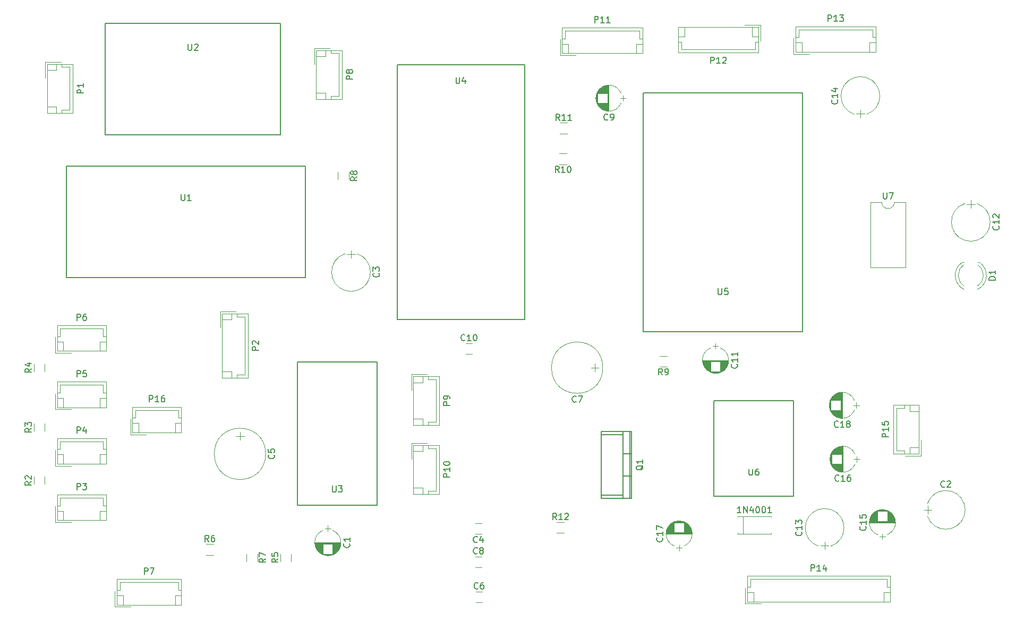
<source format=gbr>
G04 #@! TF.FileFunction,Legend,Top*
%FSLAX46Y46*%
G04 Gerber Fmt 4.6, Leading zero omitted, Abs format (unit mm)*
G04 Created by KiCad (PCBNEW 4.0.5) date 07/04/17 20:38:32*
%MOMM*%
%LPD*%
G01*
G04 APERTURE LIST*
%ADD10C,0.100000*%
%ADD11C,0.120000*%
%ADD12C,0.150000*%
G04 APERTURE END LIST*
D10*
D11*
X174850000Y-132820000D02*
X174850000Y-132690000D01*
X174850000Y-132690000D02*
X180170000Y-132690000D01*
X180170000Y-132690000D02*
X180170000Y-132820000D01*
X174850000Y-135380000D02*
X174850000Y-135510000D01*
X174850000Y-135510000D02*
X180170000Y-135510000D01*
X180170000Y-135510000D02*
X180170000Y-135380000D01*
X175690000Y-132690000D02*
X175690000Y-135510000D01*
X111550000Y-136900000D02*
X107450000Y-136900000D01*
X111550000Y-136940000D02*
X107450000Y-136940000D01*
X111549000Y-136980000D02*
X107451000Y-136980000D01*
X111547000Y-137020000D02*
X107453000Y-137020000D01*
X111544000Y-137060000D02*
X107456000Y-137060000D01*
X111541000Y-137100000D02*
X107459000Y-137100000D01*
X111537000Y-137140000D02*
X110280000Y-137140000D01*
X108720000Y-137140000D02*
X107463000Y-137140000D01*
X111532000Y-137180000D02*
X110280000Y-137180000D01*
X108720000Y-137180000D02*
X107468000Y-137180000D01*
X111526000Y-137220000D02*
X110280000Y-137220000D01*
X108720000Y-137220000D02*
X107474000Y-137220000D01*
X111519000Y-137260000D02*
X110280000Y-137260000D01*
X108720000Y-137260000D02*
X107481000Y-137260000D01*
X111512000Y-137300000D02*
X110280000Y-137300000D01*
X108720000Y-137300000D02*
X107488000Y-137300000D01*
X111504000Y-137340000D02*
X110280000Y-137340000D01*
X108720000Y-137340000D02*
X107496000Y-137340000D01*
X111495000Y-137380000D02*
X110280000Y-137380000D01*
X108720000Y-137380000D02*
X107505000Y-137380000D01*
X111485000Y-137420000D02*
X110280000Y-137420000D01*
X108720000Y-137420000D02*
X107515000Y-137420000D01*
X111474000Y-137460000D02*
X110280000Y-137460000D01*
X108720000Y-137460000D02*
X107526000Y-137460000D01*
X111463000Y-137500000D02*
X110280000Y-137500000D01*
X108720000Y-137500000D02*
X107537000Y-137500000D01*
X111450000Y-137540000D02*
X110280000Y-137540000D01*
X108720000Y-137540000D02*
X107550000Y-137540000D01*
X111437000Y-137580000D02*
X110280000Y-137580000D01*
X108720000Y-137580000D02*
X107563000Y-137580000D01*
X111423000Y-137621000D02*
X110280000Y-137621000D01*
X108720000Y-137621000D02*
X107577000Y-137621000D01*
X111407000Y-137661000D02*
X110280000Y-137661000D01*
X108720000Y-137661000D02*
X107593000Y-137661000D01*
X111391000Y-137701000D02*
X110280000Y-137701000D01*
X108720000Y-137701000D02*
X107609000Y-137701000D01*
X111374000Y-137741000D02*
X110280000Y-137741000D01*
X108720000Y-137741000D02*
X107626000Y-137741000D01*
X111356000Y-137781000D02*
X110280000Y-137781000D01*
X108720000Y-137781000D02*
X107644000Y-137781000D01*
X111337000Y-137821000D02*
X110280000Y-137821000D01*
X108720000Y-137821000D02*
X107663000Y-137821000D01*
X111317000Y-137861000D02*
X110280000Y-137861000D01*
X108720000Y-137861000D02*
X107683000Y-137861000D01*
X111296000Y-137901000D02*
X110280000Y-137901000D01*
X108720000Y-137901000D02*
X107704000Y-137901000D01*
X111273000Y-137941000D02*
X110280000Y-137941000D01*
X108720000Y-137941000D02*
X107727000Y-137941000D01*
X111250000Y-137981000D02*
X110280000Y-137981000D01*
X108720000Y-137981000D02*
X107750000Y-137981000D01*
X111225000Y-138021000D02*
X110280000Y-138021000D01*
X108720000Y-138021000D02*
X107775000Y-138021000D01*
X111199000Y-138061000D02*
X110280000Y-138061000D01*
X108720000Y-138061000D02*
X107801000Y-138061000D01*
X111172000Y-138101000D02*
X110280000Y-138101000D01*
X108720000Y-138101000D02*
X107828000Y-138101000D01*
X111143000Y-138141000D02*
X110280000Y-138141000D01*
X108720000Y-138141000D02*
X107857000Y-138141000D01*
X111113000Y-138181000D02*
X110280000Y-138181000D01*
X108720000Y-138181000D02*
X107887000Y-138181000D01*
X111081000Y-138221000D02*
X110280000Y-138221000D01*
X108720000Y-138221000D02*
X107919000Y-138221000D01*
X111047000Y-138261000D02*
X110280000Y-138261000D01*
X108720000Y-138261000D02*
X107953000Y-138261000D01*
X111012000Y-138301000D02*
X110280000Y-138301000D01*
X108720000Y-138301000D02*
X107988000Y-138301000D01*
X110975000Y-138341000D02*
X110280000Y-138341000D01*
X108720000Y-138341000D02*
X108025000Y-138341000D01*
X110936000Y-138381000D02*
X110280000Y-138381000D01*
X108720000Y-138381000D02*
X108064000Y-138381000D01*
X110895000Y-138421000D02*
X110280000Y-138421000D01*
X108720000Y-138421000D02*
X108105000Y-138421000D01*
X110851000Y-138461000D02*
X110280000Y-138461000D01*
X108720000Y-138461000D02*
X108149000Y-138461000D01*
X110805000Y-138501000D02*
X110280000Y-138501000D01*
X108720000Y-138501000D02*
X108195000Y-138501000D01*
X110756000Y-138541000D02*
X110280000Y-138541000D01*
X108720000Y-138541000D02*
X108244000Y-138541000D01*
X110704000Y-138581000D02*
X110280000Y-138581000D01*
X108720000Y-138581000D02*
X108296000Y-138581000D01*
X110648000Y-138621000D02*
X110280000Y-138621000D01*
X108720000Y-138621000D02*
X108352000Y-138621000D01*
X110588000Y-138661000D02*
X110280000Y-138661000D01*
X108720000Y-138661000D02*
X108412000Y-138661000D01*
X110523000Y-138701000D02*
X108477000Y-138701000D01*
X110452000Y-138741000D02*
X108548000Y-138741000D01*
X110374000Y-138781000D02*
X108626000Y-138781000D01*
X110286000Y-138821000D02*
X108714000Y-138821000D01*
X110186000Y-138861000D02*
X108814000Y-138861000D01*
X110067000Y-138901000D02*
X108933000Y-138901000D01*
X109915000Y-138941000D02*
X109085000Y-138941000D01*
X109665000Y-138981000D02*
X109335000Y-138981000D01*
X109500000Y-134200000D02*
X109500000Y-135100000D01*
X109950000Y-134650000D02*
X109050000Y-134650000D01*
X110279089Y-138839361D02*
G75*
G03X110280000Y-134961005I-779089J1939361D01*
G01*
X108720911Y-138839361D02*
G75*
G02X108720000Y-134961005I779089J1939361D01*
G01*
X108720911Y-138839361D02*
G75*
G03X110280000Y-138838995I779089J1939361D01*
G01*
X204560000Y-131685000D02*
X205760000Y-131685000D01*
X205160000Y-131035000D02*
X205160000Y-132335000D01*
X210940162Y-130704057D02*
G75*
G03X205079522Y-130705000I-2930162J-980943D01*
G01*
X210940162Y-132665943D02*
G75*
G02X205079522Y-132665000I-2930162J980943D01*
G01*
X210940162Y-132665943D02*
G75*
G03X210940478Y-130705000I-2930162J980943D01*
G01*
X113200000Y-90300000D02*
X113200000Y-91500000D01*
X113850000Y-90900000D02*
X112550000Y-90900000D01*
X114180943Y-96680162D02*
G75*
G03X114180000Y-90819522I-980943J2930162D01*
G01*
X112219057Y-96680162D02*
G75*
G02X112220000Y-90819522I980943J2930162D01*
G01*
X112219057Y-96680162D02*
G75*
G03X114180000Y-96680478I980943J2930162D01*
G01*
X133000000Y-135550000D02*
X134000000Y-135550000D01*
X134000000Y-133850000D02*
X133000000Y-133850000D01*
X95500000Y-119300000D02*
X95500000Y-120500000D01*
X96150000Y-119900000D02*
X94850000Y-119900000D01*
X99590000Y-122750000D02*
G75*
G03X99590000Y-122750000I-4090000J0D01*
G01*
X134100000Y-144750000D02*
X133100000Y-144750000D01*
X133100000Y-146450000D02*
X134100000Y-146450000D01*
X152700000Y-109000000D02*
X151500000Y-109000000D01*
X152100000Y-109650000D02*
X152100000Y-108350000D01*
X153340000Y-109000000D02*
G75*
G03X153340000Y-109000000I-4090000J0D01*
G01*
X134000000Y-139150000D02*
X133000000Y-139150000D01*
X133000000Y-140850000D02*
X134000000Y-140850000D01*
X154300000Y-68050000D02*
X154300000Y-63950000D01*
X154260000Y-68050000D02*
X154260000Y-63950000D01*
X154220000Y-68049000D02*
X154220000Y-63951000D01*
X154180000Y-68047000D02*
X154180000Y-63953000D01*
X154140000Y-68044000D02*
X154140000Y-63956000D01*
X154100000Y-68041000D02*
X154100000Y-63959000D01*
X154060000Y-68037000D02*
X154060000Y-66780000D01*
X154060000Y-65220000D02*
X154060000Y-63963000D01*
X154020000Y-68032000D02*
X154020000Y-66780000D01*
X154020000Y-65220000D02*
X154020000Y-63968000D01*
X153980000Y-68026000D02*
X153980000Y-66780000D01*
X153980000Y-65220000D02*
X153980000Y-63974000D01*
X153940000Y-68019000D02*
X153940000Y-66780000D01*
X153940000Y-65220000D02*
X153940000Y-63981000D01*
X153900000Y-68012000D02*
X153900000Y-66780000D01*
X153900000Y-65220000D02*
X153900000Y-63988000D01*
X153860000Y-68004000D02*
X153860000Y-66780000D01*
X153860000Y-65220000D02*
X153860000Y-63996000D01*
X153820000Y-67995000D02*
X153820000Y-66780000D01*
X153820000Y-65220000D02*
X153820000Y-64005000D01*
X153780000Y-67985000D02*
X153780000Y-66780000D01*
X153780000Y-65220000D02*
X153780000Y-64015000D01*
X153740000Y-67974000D02*
X153740000Y-66780000D01*
X153740000Y-65220000D02*
X153740000Y-64026000D01*
X153700000Y-67963000D02*
X153700000Y-66780000D01*
X153700000Y-65220000D02*
X153700000Y-64037000D01*
X153660000Y-67950000D02*
X153660000Y-66780000D01*
X153660000Y-65220000D02*
X153660000Y-64050000D01*
X153620000Y-67937000D02*
X153620000Y-66780000D01*
X153620000Y-65220000D02*
X153620000Y-64063000D01*
X153579000Y-67923000D02*
X153579000Y-66780000D01*
X153579000Y-65220000D02*
X153579000Y-64077000D01*
X153539000Y-67907000D02*
X153539000Y-66780000D01*
X153539000Y-65220000D02*
X153539000Y-64093000D01*
X153499000Y-67891000D02*
X153499000Y-66780000D01*
X153499000Y-65220000D02*
X153499000Y-64109000D01*
X153459000Y-67874000D02*
X153459000Y-66780000D01*
X153459000Y-65220000D02*
X153459000Y-64126000D01*
X153419000Y-67856000D02*
X153419000Y-66780000D01*
X153419000Y-65220000D02*
X153419000Y-64144000D01*
X153379000Y-67837000D02*
X153379000Y-66780000D01*
X153379000Y-65220000D02*
X153379000Y-64163000D01*
X153339000Y-67817000D02*
X153339000Y-66780000D01*
X153339000Y-65220000D02*
X153339000Y-64183000D01*
X153299000Y-67796000D02*
X153299000Y-66780000D01*
X153299000Y-65220000D02*
X153299000Y-64204000D01*
X153259000Y-67773000D02*
X153259000Y-66780000D01*
X153259000Y-65220000D02*
X153259000Y-64227000D01*
X153219000Y-67750000D02*
X153219000Y-66780000D01*
X153219000Y-65220000D02*
X153219000Y-64250000D01*
X153179000Y-67725000D02*
X153179000Y-66780000D01*
X153179000Y-65220000D02*
X153179000Y-64275000D01*
X153139000Y-67699000D02*
X153139000Y-66780000D01*
X153139000Y-65220000D02*
X153139000Y-64301000D01*
X153099000Y-67672000D02*
X153099000Y-66780000D01*
X153099000Y-65220000D02*
X153099000Y-64328000D01*
X153059000Y-67643000D02*
X153059000Y-66780000D01*
X153059000Y-65220000D02*
X153059000Y-64357000D01*
X153019000Y-67613000D02*
X153019000Y-66780000D01*
X153019000Y-65220000D02*
X153019000Y-64387000D01*
X152979000Y-67581000D02*
X152979000Y-66780000D01*
X152979000Y-65220000D02*
X152979000Y-64419000D01*
X152939000Y-67547000D02*
X152939000Y-66780000D01*
X152939000Y-65220000D02*
X152939000Y-64453000D01*
X152899000Y-67512000D02*
X152899000Y-66780000D01*
X152899000Y-65220000D02*
X152899000Y-64488000D01*
X152859000Y-67475000D02*
X152859000Y-66780000D01*
X152859000Y-65220000D02*
X152859000Y-64525000D01*
X152819000Y-67436000D02*
X152819000Y-66780000D01*
X152819000Y-65220000D02*
X152819000Y-64564000D01*
X152779000Y-67395000D02*
X152779000Y-66780000D01*
X152779000Y-65220000D02*
X152779000Y-64605000D01*
X152739000Y-67351000D02*
X152739000Y-66780000D01*
X152739000Y-65220000D02*
X152739000Y-64649000D01*
X152699000Y-67305000D02*
X152699000Y-66780000D01*
X152699000Y-65220000D02*
X152699000Y-64695000D01*
X152659000Y-67256000D02*
X152659000Y-66780000D01*
X152659000Y-65220000D02*
X152659000Y-64744000D01*
X152619000Y-67204000D02*
X152619000Y-66780000D01*
X152619000Y-65220000D02*
X152619000Y-64796000D01*
X152579000Y-67148000D02*
X152579000Y-66780000D01*
X152579000Y-65220000D02*
X152579000Y-64852000D01*
X152539000Y-67088000D02*
X152539000Y-66780000D01*
X152539000Y-65220000D02*
X152539000Y-64912000D01*
X152499000Y-67023000D02*
X152499000Y-64977000D01*
X152459000Y-66952000D02*
X152459000Y-65048000D01*
X152419000Y-66874000D02*
X152419000Y-65126000D01*
X152379000Y-66786000D02*
X152379000Y-65214000D01*
X152339000Y-66686000D02*
X152339000Y-65314000D01*
X152299000Y-66567000D02*
X152299000Y-65433000D01*
X152259000Y-66415000D02*
X152259000Y-65585000D01*
X152219000Y-66165000D02*
X152219000Y-65835000D01*
X157000000Y-66000000D02*
X156100000Y-66000000D01*
X156550000Y-66450000D02*
X156550000Y-65550000D01*
X152360639Y-66779089D02*
G75*
G03X156238995Y-66780000I1939361J779089D01*
G01*
X152360639Y-65220911D02*
G75*
G02X156238995Y-65220000I1939361J-779089D01*
G01*
X152360639Y-65220911D02*
G75*
G03X152361005Y-66780000I1939361J-779089D01*
G01*
X132500000Y-105150000D02*
X131500000Y-105150000D01*
X131500000Y-106850000D02*
X132500000Y-106850000D01*
X173350000Y-107800000D02*
X169250000Y-107800000D01*
X173350000Y-107840000D02*
X169250000Y-107840000D01*
X173349000Y-107880000D02*
X169251000Y-107880000D01*
X173347000Y-107920000D02*
X169253000Y-107920000D01*
X173344000Y-107960000D02*
X169256000Y-107960000D01*
X173341000Y-108000000D02*
X169259000Y-108000000D01*
X173337000Y-108040000D02*
X172080000Y-108040000D01*
X170520000Y-108040000D02*
X169263000Y-108040000D01*
X173332000Y-108080000D02*
X172080000Y-108080000D01*
X170520000Y-108080000D02*
X169268000Y-108080000D01*
X173326000Y-108120000D02*
X172080000Y-108120000D01*
X170520000Y-108120000D02*
X169274000Y-108120000D01*
X173319000Y-108160000D02*
X172080000Y-108160000D01*
X170520000Y-108160000D02*
X169281000Y-108160000D01*
X173312000Y-108200000D02*
X172080000Y-108200000D01*
X170520000Y-108200000D02*
X169288000Y-108200000D01*
X173304000Y-108240000D02*
X172080000Y-108240000D01*
X170520000Y-108240000D02*
X169296000Y-108240000D01*
X173295000Y-108280000D02*
X172080000Y-108280000D01*
X170520000Y-108280000D02*
X169305000Y-108280000D01*
X173285000Y-108320000D02*
X172080000Y-108320000D01*
X170520000Y-108320000D02*
X169315000Y-108320000D01*
X173274000Y-108360000D02*
X172080000Y-108360000D01*
X170520000Y-108360000D02*
X169326000Y-108360000D01*
X173263000Y-108400000D02*
X172080000Y-108400000D01*
X170520000Y-108400000D02*
X169337000Y-108400000D01*
X173250000Y-108440000D02*
X172080000Y-108440000D01*
X170520000Y-108440000D02*
X169350000Y-108440000D01*
X173237000Y-108480000D02*
X172080000Y-108480000D01*
X170520000Y-108480000D02*
X169363000Y-108480000D01*
X173223000Y-108521000D02*
X172080000Y-108521000D01*
X170520000Y-108521000D02*
X169377000Y-108521000D01*
X173207000Y-108561000D02*
X172080000Y-108561000D01*
X170520000Y-108561000D02*
X169393000Y-108561000D01*
X173191000Y-108601000D02*
X172080000Y-108601000D01*
X170520000Y-108601000D02*
X169409000Y-108601000D01*
X173174000Y-108641000D02*
X172080000Y-108641000D01*
X170520000Y-108641000D02*
X169426000Y-108641000D01*
X173156000Y-108681000D02*
X172080000Y-108681000D01*
X170520000Y-108681000D02*
X169444000Y-108681000D01*
X173137000Y-108721000D02*
X172080000Y-108721000D01*
X170520000Y-108721000D02*
X169463000Y-108721000D01*
X173117000Y-108761000D02*
X172080000Y-108761000D01*
X170520000Y-108761000D02*
X169483000Y-108761000D01*
X173096000Y-108801000D02*
X172080000Y-108801000D01*
X170520000Y-108801000D02*
X169504000Y-108801000D01*
X173073000Y-108841000D02*
X172080000Y-108841000D01*
X170520000Y-108841000D02*
X169527000Y-108841000D01*
X173050000Y-108881000D02*
X172080000Y-108881000D01*
X170520000Y-108881000D02*
X169550000Y-108881000D01*
X173025000Y-108921000D02*
X172080000Y-108921000D01*
X170520000Y-108921000D02*
X169575000Y-108921000D01*
X172999000Y-108961000D02*
X172080000Y-108961000D01*
X170520000Y-108961000D02*
X169601000Y-108961000D01*
X172972000Y-109001000D02*
X172080000Y-109001000D01*
X170520000Y-109001000D02*
X169628000Y-109001000D01*
X172943000Y-109041000D02*
X172080000Y-109041000D01*
X170520000Y-109041000D02*
X169657000Y-109041000D01*
X172913000Y-109081000D02*
X172080000Y-109081000D01*
X170520000Y-109081000D02*
X169687000Y-109081000D01*
X172881000Y-109121000D02*
X172080000Y-109121000D01*
X170520000Y-109121000D02*
X169719000Y-109121000D01*
X172847000Y-109161000D02*
X172080000Y-109161000D01*
X170520000Y-109161000D02*
X169753000Y-109161000D01*
X172812000Y-109201000D02*
X172080000Y-109201000D01*
X170520000Y-109201000D02*
X169788000Y-109201000D01*
X172775000Y-109241000D02*
X172080000Y-109241000D01*
X170520000Y-109241000D02*
X169825000Y-109241000D01*
X172736000Y-109281000D02*
X172080000Y-109281000D01*
X170520000Y-109281000D02*
X169864000Y-109281000D01*
X172695000Y-109321000D02*
X172080000Y-109321000D01*
X170520000Y-109321000D02*
X169905000Y-109321000D01*
X172651000Y-109361000D02*
X172080000Y-109361000D01*
X170520000Y-109361000D02*
X169949000Y-109361000D01*
X172605000Y-109401000D02*
X172080000Y-109401000D01*
X170520000Y-109401000D02*
X169995000Y-109401000D01*
X172556000Y-109441000D02*
X172080000Y-109441000D01*
X170520000Y-109441000D02*
X170044000Y-109441000D01*
X172504000Y-109481000D02*
X172080000Y-109481000D01*
X170520000Y-109481000D02*
X170096000Y-109481000D01*
X172448000Y-109521000D02*
X172080000Y-109521000D01*
X170520000Y-109521000D02*
X170152000Y-109521000D01*
X172388000Y-109561000D02*
X172080000Y-109561000D01*
X170520000Y-109561000D02*
X170212000Y-109561000D01*
X172323000Y-109601000D02*
X170277000Y-109601000D01*
X172252000Y-109641000D02*
X170348000Y-109641000D01*
X172174000Y-109681000D02*
X170426000Y-109681000D01*
X172086000Y-109721000D02*
X170514000Y-109721000D01*
X171986000Y-109761000D02*
X170614000Y-109761000D01*
X171867000Y-109801000D02*
X170733000Y-109801000D01*
X171715000Y-109841000D02*
X170885000Y-109841000D01*
X171465000Y-109881000D02*
X171135000Y-109881000D01*
X171300000Y-105100000D02*
X171300000Y-106000000D01*
X171750000Y-105550000D02*
X170850000Y-105550000D01*
X172079089Y-109739361D02*
G75*
G03X172080000Y-105861005I-779089J1939361D01*
G01*
X170520911Y-109739361D02*
G75*
G02X170520000Y-105861005I779089J1939361D01*
G01*
X170520911Y-109739361D02*
G75*
G03X172080000Y-109738995I779089J1939361D01*
G01*
X212000000Y-82300000D02*
X212000000Y-83500000D01*
X212650000Y-82900000D02*
X211350000Y-82900000D01*
X212980943Y-88680162D02*
G75*
G03X212980000Y-82819522I-980943J2930162D01*
G01*
X211019057Y-88680162D02*
G75*
G02X211020000Y-82819522I980943J2930162D01*
G01*
X211019057Y-88680162D02*
G75*
G03X212980000Y-88680478I980943J2930162D01*
G01*
X188700000Y-138000000D02*
X188700000Y-136800000D01*
X188050000Y-137400000D02*
X189350000Y-137400000D01*
X187719057Y-131619838D02*
G75*
G03X187720000Y-137480478I980943J-2930162D01*
G01*
X189680943Y-131619838D02*
G75*
G02X189680000Y-137480478I-980943J-2930162D01*
G01*
X189680943Y-131619838D02*
G75*
G03X187720000Y-131619522I-980943J-2930162D01*
G01*
X194400000Y-69100000D02*
X194400000Y-67900000D01*
X193750000Y-68500000D02*
X195050000Y-68500000D01*
X193419057Y-62719838D02*
G75*
G03X193420000Y-68580478I980943J-2930162D01*
G01*
X195380943Y-62719838D02*
G75*
G02X195380000Y-68580478I-980943J-2930162D01*
G01*
X195380943Y-62719838D02*
G75*
G03X193420000Y-62719522I-980943J-2930162D01*
G01*
X195850000Y-133700000D02*
X199950000Y-133700000D01*
X195850000Y-133660000D02*
X199950000Y-133660000D01*
X195851000Y-133620000D02*
X199949000Y-133620000D01*
X195853000Y-133580000D02*
X199947000Y-133580000D01*
X195856000Y-133540000D02*
X199944000Y-133540000D01*
X195859000Y-133500000D02*
X199941000Y-133500000D01*
X195863000Y-133460000D02*
X197120000Y-133460000D01*
X198680000Y-133460000D02*
X199937000Y-133460000D01*
X195868000Y-133420000D02*
X197120000Y-133420000D01*
X198680000Y-133420000D02*
X199932000Y-133420000D01*
X195874000Y-133380000D02*
X197120000Y-133380000D01*
X198680000Y-133380000D02*
X199926000Y-133380000D01*
X195881000Y-133340000D02*
X197120000Y-133340000D01*
X198680000Y-133340000D02*
X199919000Y-133340000D01*
X195888000Y-133300000D02*
X197120000Y-133300000D01*
X198680000Y-133300000D02*
X199912000Y-133300000D01*
X195896000Y-133260000D02*
X197120000Y-133260000D01*
X198680000Y-133260000D02*
X199904000Y-133260000D01*
X195905000Y-133220000D02*
X197120000Y-133220000D01*
X198680000Y-133220000D02*
X199895000Y-133220000D01*
X195915000Y-133180000D02*
X197120000Y-133180000D01*
X198680000Y-133180000D02*
X199885000Y-133180000D01*
X195926000Y-133140000D02*
X197120000Y-133140000D01*
X198680000Y-133140000D02*
X199874000Y-133140000D01*
X195937000Y-133100000D02*
X197120000Y-133100000D01*
X198680000Y-133100000D02*
X199863000Y-133100000D01*
X195950000Y-133060000D02*
X197120000Y-133060000D01*
X198680000Y-133060000D02*
X199850000Y-133060000D01*
X195963000Y-133020000D02*
X197120000Y-133020000D01*
X198680000Y-133020000D02*
X199837000Y-133020000D01*
X195977000Y-132979000D02*
X197120000Y-132979000D01*
X198680000Y-132979000D02*
X199823000Y-132979000D01*
X195993000Y-132939000D02*
X197120000Y-132939000D01*
X198680000Y-132939000D02*
X199807000Y-132939000D01*
X196009000Y-132899000D02*
X197120000Y-132899000D01*
X198680000Y-132899000D02*
X199791000Y-132899000D01*
X196026000Y-132859000D02*
X197120000Y-132859000D01*
X198680000Y-132859000D02*
X199774000Y-132859000D01*
X196044000Y-132819000D02*
X197120000Y-132819000D01*
X198680000Y-132819000D02*
X199756000Y-132819000D01*
X196063000Y-132779000D02*
X197120000Y-132779000D01*
X198680000Y-132779000D02*
X199737000Y-132779000D01*
X196083000Y-132739000D02*
X197120000Y-132739000D01*
X198680000Y-132739000D02*
X199717000Y-132739000D01*
X196104000Y-132699000D02*
X197120000Y-132699000D01*
X198680000Y-132699000D02*
X199696000Y-132699000D01*
X196127000Y-132659000D02*
X197120000Y-132659000D01*
X198680000Y-132659000D02*
X199673000Y-132659000D01*
X196150000Y-132619000D02*
X197120000Y-132619000D01*
X198680000Y-132619000D02*
X199650000Y-132619000D01*
X196175000Y-132579000D02*
X197120000Y-132579000D01*
X198680000Y-132579000D02*
X199625000Y-132579000D01*
X196201000Y-132539000D02*
X197120000Y-132539000D01*
X198680000Y-132539000D02*
X199599000Y-132539000D01*
X196228000Y-132499000D02*
X197120000Y-132499000D01*
X198680000Y-132499000D02*
X199572000Y-132499000D01*
X196257000Y-132459000D02*
X197120000Y-132459000D01*
X198680000Y-132459000D02*
X199543000Y-132459000D01*
X196287000Y-132419000D02*
X197120000Y-132419000D01*
X198680000Y-132419000D02*
X199513000Y-132419000D01*
X196319000Y-132379000D02*
X197120000Y-132379000D01*
X198680000Y-132379000D02*
X199481000Y-132379000D01*
X196353000Y-132339000D02*
X197120000Y-132339000D01*
X198680000Y-132339000D02*
X199447000Y-132339000D01*
X196388000Y-132299000D02*
X197120000Y-132299000D01*
X198680000Y-132299000D02*
X199412000Y-132299000D01*
X196425000Y-132259000D02*
X197120000Y-132259000D01*
X198680000Y-132259000D02*
X199375000Y-132259000D01*
X196464000Y-132219000D02*
X197120000Y-132219000D01*
X198680000Y-132219000D02*
X199336000Y-132219000D01*
X196505000Y-132179000D02*
X197120000Y-132179000D01*
X198680000Y-132179000D02*
X199295000Y-132179000D01*
X196549000Y-132139000D02*
X197120000Y-132139000D01*
X198680000Y-132139000D02*
X199251000Y-132139000D01*
X196595000Y-132099000D02*
X197120000Y-132099000D01*
X198680000Y-132099000D02*
X199205000Y-132099000D01*
X196644000Y-132059000D02*
X197120000Y-132059000D01*
X198680000Y-132059000D02*
X199156000Y-132059000D01*
X196696000Y-132019000D02*
X197120000Y-132019000D01*
X198680000Y-132019000D02*
X199104000Y-132019000D01*
X196752000Y-131979000D02*
X197120000Y-131979000D01*
X198680000Y-131979000D02*
X199048000Y-131979000D01*
X196812000Y-131939000D02*
X197120000Y-131939000D01*
X198680000Y-131939000D02*
X198988000Y-131939000D01*
X196877000Y-131899000D02*
X198923000Y-131899000D01*
X196948000Y-131859000D02*
X198852000Y-131859000D01*
X197026000Y-131819000D02*
X198774000Y-131819000D01*
X197114000Y-131779000D02*
X198686000Y-131779000D01*
X197214000Y-131739000D02*
X198586000Y-131739000D01*
X197333000Y-131699000D02*
X198467000Y-131699000D01*
X197485000Y-131659000D02*
X198315000Y-131659000D01*
X197735000Y-131619000D02*
X198065000Y-131619000D01*
X197900000Y-136400000D02*
X197900000Y-135500000D01*
X197450000Y-135950000D02*
X198350000Y-135950000D01*
X197120911Y-131760639D02*
G75*
G03X197120000Y-135638995I779089J-1939361D01*
G01*
X198679089Y-131760639D02*
G75*
G02X198680000Y-135638995I-779089J-1939361D01*
G01*
X198679089Y-131760639D02*
G75*
G03X197120000Y-131761005I-779089J-1939361D01*
G01*
X191600000Y-125650000D02*
X191600000Y-121550000D01*
X191560000Y-125650000D02*
X191560000Y-121550000D01*
X191520000Y-125649000D02*
X191520000Y-121551000D01*
X191480000Y-125647000D02*
X191480000Y-121553000D01*
X191440000Y-125644000D02*
X191440000Y-121556000D01*
X191400000Y-125641000D02*
X191400000Y-121559000D01*
X191360000Y-125637000D02*
X191360000Y-124380000D01*
X191360000Y-122820000D02*
X191360000Y-121563000D01*
X191320000Y-125632000D02*
X191320000Y-124380000D01*
X191320000Y-122820000D02*
X191320000Y-121568000D01*
X191280000Y-125626000D02*
X191280000Y-124380000D01*
X191280000Y-122820000D02*
X191280000Y-121574000D01*
X191240000Y-125619000D02*
X191240000Y-124380000D01*
X191240000Y-122820000D02*
X191240000Y-121581000D01*
X191200000Y-125612000D02*
X191200000Y-124380000D01*
X191200000Y-122820000D02*
X191200000Y-121588000D01*
X191160000Y-125604000D02*
X191160000Y-124380000D01*
X191160000Y-122820000D02*
X191160000Y-121596000D01*
X191120000Y-125595000D02*
X191120000Y-124380000D01*
X191120000Y-122820000D02*
X191120000Y-121605000D01*
X191080000Y-125585000D02*
X191080000Y-124380000D01*
X191080000Y-122820000D02*
X191080000Y-121615000D01*
X191040000Y-125574000D02*
X191040000Y-124380000D01*
X191040000Y-122820000D02*
X191040000Y-121626000D01*
X191000000Y-125563000D02*
X191000000Y-124380000D01*
X191000000Y-122820000D02*
X191000000Y-121637000D01*
X190960000Y-125550000D02*
X190960000Y-124380000D01*
X190960000Y-122820000D02*
X190960000Y-121650000D01*
X190920000Y-125537000D02*
X190920000Y-124380000D01*
X190920000Y-122820000D02*
X190920000Y-121663000D01*
X190879000Y-125523000D02*
X190879000Y-124380000D01*
X190879000Y-122820000D02*
X190879000Y-121677000D01*
X190839000Y-125507000D02*
X190839000Y-124380000D01*
X190839000Y-122820000D02*
X190839000Y-121693000D01*
X190799000Y-125491000D02*
X190799000Y-124380000D01*
X190799000Y-122820000D02*
X190799000Y-121709000D01*
X190759000Y-125474000D02*
X190759000Y-124380000D01*
X190759000Y-122820000D02*
X190759000Y-121726000D01*
X190719000Y-125456000D02*
X190719000Y-124380000D01*
X190719000Y-122820000D02*
X190719000Y-121744000D01*
X190679000Y-125437000D02*
X190679000Y-124380000D01*
X190679000Y-122820000D02*
X190679000Y-121763000D01*
X190639000Y-125417000D02*
X190639000Y-124380000D01*
X190639000Y-122820000D02*
X190639000Y-121783000D01*
X190599000Y-125396000D02*
X190599000Y-124380000D01*
X190599000Y-122820000D02*
X190599000Y-121804000D01*
X190559000Y-125373000D02*
X190559000Y-124380000D01*
X190559000Y-122820000D02*
X190559000Y-121827000D01*
X190519000Y-125350000D02*
X190519000Y-124380000D01*
X190519000Y-122820000D02*
X190519000Y-121850000D01*
X190479000Y-125325000D02*
X190479000Y-124380000D01*
X190479000Y-122820000D02*
X190479000Y-121875000D01*
X190439000Y-125299000D02*
X190439000Y-124380000D01*
X190439000Y-122820000D02*
X190439000Y-121901000D01*
X190399000Y-125272000D02*
X190399000Y-124380000D01*
X190399000Y-122820000D02*
X190399000Y-121928000D01*
X190359000Y-125243000D02*
X190359000Y-124380000D01*
X190359000Y-122820000D02*
X190359000Y-121957000D01*
X190319000Y-125213000D02*
X190319000Y-124380000D01*
X190319000Y-122820000D02*
X190319000Y-121987000D01*
X190279000Y-125181000D02*
X190279000Y-124380000D01*
X190279000Y-122820000D02*
X190279000Y-122019000D01*
X190239000Y-125147000D02*
X190239000Y-124380000D01*
X190239000Y-122820000D02*
X190239000Y-122053000D01*
X190199000Y-125112000D02*
X190199000Y-124380000D01*
X190199000Y-122820000D02*
X190199000Y-122088000D01*
X190159000Y-125075000D02*
X190159000Y-124380000D01*
X190159000Y-122820000D02*
X190159000Y-122125000D01*
X190119000Y-125036000D02*
X190119000Y-124380000D01*
X190119000Y-122820000D02*
X190119000Y-122164000D01*
X190079000Y-124995000D02*
X190079000Y-124380000D01*
X190079000Y-122820000D02*
X190079000Y-122205000D01*
X190039000Y-124951000D02*
X190039000Y-124380000D01*
X190039000Y-122820000D02*
X190039000Y-122249000D01*
X189999000Y-124905000D02*
X189999000Y-124380000D01*
X189999000Y-122820000D02*
X189999000Y-122295000D01*
X189959000Y-124856000D02*
X189959000Y-124380000D01*
X189959000Y-122820000D02*
X189959000Y-122344000D01*
X189919000Y-124804000D02*
X189919000Y-124380000D01*
X189919000Y-122820000D02*
X189919000Y-122396000D01*
X189879000Y-124748000D02*
X189879000Y-124380000D01*
X189879000Y-122820000D02*
X189879000Y-122452000D01*
X189839000Y-124688000D02*
X189839000Y-124380000D01*
X189839000Y-122820000D02*
X189839000Y-122512000D01*
X189799000Y-124623000D02*
X189799000Y-122577000D01*
X189759000Y-124552000D02*
X189759000Y-122648000D01*
X189719000Y-124474000D02*
X189719000Y-122726000D01*
X189679000Y-124386000D02*
X189679000Y-122814000D01*
X189639000Y-124286000D02*
X189639000Y-122914000D01*
X189599000Y-124167000D02*
X189599000Y-123033000D01*
X189559000Y-124015000D02*
X189559000Y-123185000D01*
X189519000Y-123765000D02*
X189519000Y-123435000D01*
X194300000Y-123600000D02*
X193400000Y-123600000D01*
X193850000Y-124050000D02*
X193850000Y-123150000D01*
X189660639Y-124379089D02*
G75*
G03X193538995Y-124380000I1939361J779089D01*
G01*
X189660639Y-122820911D02*
G75*
G02X193538995Y-122820000I1939361J-779089D01*
G01*
X189660639Y-122820911D02*
G75*
G03X189661005Y-124380000I1939361J-779089D01*
G01*
X163450000Y-135500000D02*
X167550000Y-135500000D01*
X163450000Y-135460000D02*
X167550000Y-135460000D01*
X163451000Y-135420000D02*
X167549000Y-135420000D01*
X163453000Y-135380000D02*
X167547000Y-135380000D01*
X163456000Y-135340000D02*
X167544000Y-135340000D01*
X163459000Y-135300000D02*
X167541000Y-135300000D01*
X163463000Y-135260000D02*
X164720000Y-135260000D01*
X166280000Y-135260000D02*
X167537000Y-135260000D01*
X163468000Y-135220000D02*
X164720000Y-135220000D01*
X166280000Y-135220000D02*
X167532000Y-135220000D01*
X163474000Y-135180000D02*
X164720000Y-135180000D01*
X166280000Y-135180000D02*
X167526000Y-135180000D01*
X163481000Y-135140000D02*
X164720000Y-135140000D01*
X166280000Y-135140000D02*
X167519000Y-135140000D01*
X163488000Y-135100000D02*
X164720000Y-135100000D01*
X166280000Y-135100000D02*
X167512000Y-135100000D01*
X163496000Y-135060000D02*
X164720000Y-135060000D01*
X166280000Y-135060000D02*
X167504000Y-135060000D01*
X163505000Y-135020000D02*
X164720000Y-135020000D01*
X166280000Y-135020000D02*
X167495000Y-135020000D01*
X163515000Y-134980000D02*
X164720000Y-134980000D01*
X166280000Y-134980000D02*
X167485000Y-134980000D01*
X163526000Y-134940000D02*
X164720000Y-134940000D01*
X166280000Y-134940000D02*
X167474000Y-134940000D01*
X163537000Y-134900000D02*
X164720000Y-134900000D01*
X166280000Y-134900000D02*
X167463000Y-134900000D01*
X163550000Y-134860000D02*
X164720000Y-134860000D01*
X166280000Y-134860000D02*
X167450000Y-134860000D01*
X163563000Y-134820000D02*
X164720000Y-134820000D01*
X166280000Y-134820000D02*
X167437000Y-134820000D01*
X163577000Y-134779000D02*
X164720000Y-134779000D01*
X166280000Y-134779000D02*
X167423000Y-134779000D01*
X163593000Y-134739000D02*
X164720000Y-134739000D01*
X166280000Y-134739000D02*
X167407000Y-134739000D01*
X163609000Y-134699000D02*
X164720000Y-134699000D01*
X166280000Y-134699000D02*
X167391000Y-134699000D01*
X163626000Y-134659000D02*
X164720000Y-134659000D01*
X166280000Y-134659000D02*
X167374000Y-134659000D01*
X163644000Y-134619000D02*
X164720000Y-134619000D01*
X166280000Y-134619000D02*
X167356000Y-134619000D01*
X163663000Y-134579000D02*
X164720000Y-134579000D01*
X166280000Y-134579000D02*
X167337000Y-134579000D01*
X163683000Y-134539000D02*
X164720000Y-134539000D01*
X166280000Y-134539000D02*
X167317000Y-134539000D01*
X163704000Y-134499000D02*
X164720000Y-134499000D01*
X166280000Y-134499000D02*
X167296000Y-134499000D01*
X163727000Y-134459000D02*
X164720000Y-134459000D01*
X166280000Y-134459000D02*
X167273000Y-134459000D01*
X163750000Y-134419000D02*
X164720000Y-134419000D01*
X166280000Y-134419000D02*
X167250000Y-134419000D01*
X163775000Y-134379000D02*
X164720000Y-134379000D01*
X166280000Y-134379000D02*
X167225000Y-134379000D01*
X163801000Y-134339000D02*
X164720000Y-134339000D01*
X166280000Y-134339000D02*
X167199000Y-134339000D01*
X163828000Y-134299000D02*
X164720000Y-134299000D01*
X166280000Y-134299000D02*
X167172000Y-134299000D01*
X163857000Y-134259000D02*
X164720000Y-134259000D01*
X166280000Y-134259000D02*
X167143000Y-134259000D01*
X163887000Y-134219000D02*
X164720000Y-134219000D01*
X166280000Y-134219000D02*
X167113000Y-134219000D01*
X163919000Y-134179000D02*
X164720000Y-134179000D01*
X166280000Y-134179000D02*
X167081000Y-134179000D01*
X163953000Y-134139000D02*
X164720000Y-134139000D01*
X166280000Y-134139000D02*
X167047000Y-134139000D01*
X163988000Y-134099000D02*
X164720000Y-134099000D01*
X166280000Y-134099000D02*
X167012000Y-134099000D01*
X164025000Y-134059000D02*
X164720000Y-134059000D01*
X166280000Y-134059000D02*
X166975000Y-134059000D01*
X164064000Y-134019000D02*
X164720000Y-134019000D01*
X166280000Y-134019000D02*
X166936000Y-134019000D01*
X164105000Y-133979000D02*
X164720000Y-133979000D01*
X166280000Y-133979000D02*
X166895000Y-133979000D01*
X164149000Y-133939000D02*
X164720000Y-133939000D01*
X166280000Y-133939000D02*
X166851000Y-133939000D01*
X164195000Y-133899000D02*
X164720000Y-133899000D01*
X166280000Y-133899000D02*
X166805000Y-133899000D01*
X164244000Y-133859000D02*
X164720000Y-133859000D01*
X166280000Y-133859000D02*
X166756000Y-133859000D01*
X164296000Y-133819000D02*
X164720000Y-133819000D01*
X166280000Y-133819000D02*
X166704000Y-133819000D01*
X164352000Y-133779000D02*
X164720000Y-133779000D01*
X166280000Y-133779000D02*
X166648000Y-133779000D01*
X164412000Y-133739000D02*
X164720000Y-133739000D01*
X166280000Y-133739000D02*
X166588000Y-133739000D01*
X164477000Y-133699000D02*
X166523000Y-133699000D01*
X164548000Y-133659000D02*
X166452000Y-133659000D01*
X164626000Y-133619000D02*
X166374000Y-133619000D01*
X164714000Y-133579000D02*
X166286000Y-133579000D01*
X164814000Y-133539000D02*
X166186000Y-133539000D01*
X164933000Y-133499000D02*
X166067000Y-133499000D01*
X165085000Y-133459000D02*
X165915000Y-133459000D01*
X165335000Y-133419000D02*
X165665000Y-133419000D01*
X165500000Y-138200000D02*
X165500000Y-137300000D01*
X165050000Y-137750000D02*
X165950000Y-137750000D01*
X164720911Y-133560639D02*
G75*
G03X164720000Y-137438995I779089J-1939361D01*
G01*
X166279089Y-133560639D02*
G75*
G02X166280000Y-137438995I-779089J-1939361D01*
G01*
X166279089Y-133560639D02*
G75*
G03X164720000Y-133561005I-779089J-1939361D01*
G01*
X191500000Y-117050000D02*
X191500000Y-112950000D01*
X191460000Y-117050000D02*
X191460000Y-112950000D01*
X191420000Y-117049000D02*
X191420000Y-112951000D01*
X191380000Y-117047000D02*
X191380000Y-112953000D01*
X191340000Y-117044000D02*
X191340000Y-112956000D01*
X191300000Y-117041000D02*
X191300000Y-112959000D01*
X191260000Y-117037000D02*
X191260000Y-115780000D01*
X191260000Y-114220000D02*
X191260000Y-112963000D01*
X191220000Y-117032000D02*
X191220000Y-115780000D01*
X191220000Y-114220000D02*
X191220000Y-112968000D01*
X191180000Y-117026000D02*
X191180000Y-115780000D01*
X191180000Y-114220000D02*
X191180000Y-112974000D01*
X191140000Y-117019000D02*
X191140000Y-115780000D01*
X191140000Y-114220000D02*
X191140000Y-112981000D01*
X191100000Y-117012000D02*
X191100000Y-115780000D01*
X191100000Y-114220000D02*
X191100000Y-112988000D01*
X191060000Y-117004000D02*
X191060000Y-115780000D01*
X191060000Y-114220000D02*
X191060000Y-112996000D01*
X191020000Y-116995000D02*
X191020000Y-115780000D01*
X191020000Y-114220000D02*
X191020000Y-113005000D01*
X190980000Y-116985000D02*
X190980000Y-115780000D01*
X190980000Y-114220000D02*
X190980000Y-113015000D01*
X190940000Y-116974000D02*
X190940000Y-115780000D01*
X190940000Y-114220000D02*
X190940000Y-113026000D01*
X190900000Y-116963000D02*
X190900000Y-115780000D01*
X190900000Y-114220000D02*
X190900000Y-113037000D01*
X190860000Y-116950000D02*
X190860000Y-115780000D01*
X190860000Y-114220000D02*
X190860000Y-113050000D01*
X190820000Y-116937000D02*
X190820000Y-115780000D01*
X190820000Y-114220000D02*
X190820000Y-113063000D01*
X190779000Y-116923000D02*
X190779000Y-115780000D01*
X190779000Y-114220000D02*
X190779000Y-113077000D01*
X190739000Y-116907000D02*
X190739000Y-115780000D01*
X190739000Y-114220000D02*
X190739000Y-113093000D01*
X190699000Y-116891000D02*
X190699000Y-115780000D01*
X190699000Y-114220000D02*
X190699000Y-113109000D01*
X190659000Y-116874000D02*
X190659000Y-115780000D01*
X190659000Y-114220000D02*
X190659000Y-113126000D01*
X190619000Y-116856000D02*
X190619000Y-115780000D01*
X190619000Y-114220000D02*
X190619000Y-113144000D01*
X190579000Y-116837000D02*
X190579000Y-115780000D01*
X190579000Y-114220000D02*
X190579000Y-113163000D01*
X190539000Y-116817000D02*
X190539000Y-115780000D01*
X190539000Y-114220000D02*
X190539000Y-113183000D01*
X190499000Y-116796000D02*
X190499000Y-115780000D01*
X190499000Y-114220000D02*
X190499000Y-113204000D01*
X190459000Y-116773000D02*
X190459000Y-115780000D01*
X190459000Y-114220000D02*
X190459000Y-113227000D01*
X190419000Y-116750000D02*
X190419000Y-115780000D01*
X190419000Y-114220000D02*
X190419000Y-113250000D01*
X190379000Y-116725000D02*
X190379000Y-115780000D01*
X190379000Y-114220000D02*
X190379000Y-113275000D01*
X190339000Y-116699000D02*
X190339000Y-115780000D01*
X190339000Y-114220000D02*
X190339000Y-113301000D01*
X190299000Y-116672000D02*
X190299000Y-115780000D01*
X190299000Y-114220000D02*
X190299000Y-113328000D01*
X190259000Y-116643000D02*
X190259000Y-115780000D01*
X190259000Y-114220000D02*
X190259000Y-113357000D01*
X190219000Y-116613000D02*
X190219000Y-115780000D01*
X190219000Y-114220000D02*
X190219000Y-113387000D01*
X190179000Y-116581000D02*
X190179000Y-115780000D01*
X190179000Y-114220000D02*
X190179000Y-113419000D01*
X190139000Y-116547000D02*
X190139000Y-115780000D01*
X190139000Y-114220000D02*
X190139000Y-113453000D01*
X190099000Y-116512000D02*
X190099000Y-115780000D01*
X190099000Y-114220000D02*
X190099000Y-113488000D01*
X190059000Y-116475000D02*
X190059000Y-115780000D01*
X190059000Y-114220000D02*
X190059000Y-113525000D01*
X190019000Y-116436000D02*
X190019000Y-115780000D01*
X190019000Y-114220000D02*
X190019000Y-113564000D01*
X189979000Y-116395000D02*
X189979000Y-115780000D01*
X189979000Y-114220000D02*
X189979000Y-113605000D01*
X189939000Y-116351000D02*
X189939000Y-115780000D01*
X189939000Y-114220000D02*
X189939000Y-113649000D01*
X189899000Y-116305000D02*
X189899000Y-115780000D01*
X189899000Y-114220000D02*
X189899000Y-113695000D01*
X189859000Y-116256000D02*
X189859000Y-115780000D01*
X189859000Y-114220000D02*
X189859000Y-113744000D01*
X189819000Y-116204000D02*
X189819000Y-115780000D01*
X189819000Y-114220000D02*
X189819000Y-113796000D01*
X189779000Y-116148000D02*
X189779000Y-115780000D01*
X189779000Y-114220000D02*
X189779000Y-113852000D01*
X189739000Y-116088000D02*
X189739000Y-115780000D01*
X189739000Y-114220000D02*
X189739000Y-113912000D01*
X189699000Y-116023000D02*
X189699000Y-113977000D01*
X189659000Y-115952000D02*
X189659000Y-114048000D01*
X189619000Y-115874000D02*
X189619000Y-114126000D01*
X189579000Y-115786000D02*
X189579000Y-114214000D01*
X189539000Y-115686000D02*
X189539000Y-114314000D01*
X189499000Y-115567000D02*
X189499000Y-114433000D01*
X189459000Y-115415000D02*
X189459000Y-114585000D01*
X189419000Y-115165000D02*
X189419000Y-114835000D01*
X194200000Y-115000000D02*
X193300000Y-115000000D01*
X193750000Y-115450000D02*
X193750000Y-114550000D01*
X189560639Y-115779089D02*
G75*
G03X193438995Y-115780000I1939361J779089D01*
G01*
X189560639Y-114220911D02*
G75*
G02X193438995Y-114220000I1939361J-779089D01*
G01*
X189560639Y-114220911D02*
G75*
G03X189561005Y-115780000I1939361J-779089D01*
G01*
X213080724Y-96513242D02*
G75*
G03X213398749Y-92210000I-1080724J2243242D01*
G01*
X210919276Y-96513242D02*
G75*
G02X210601251Y-92210000I1080724J2243242D01*
G01*
X213080961Y-95952713D02*
G75*
G03X213080000Y-92586670I-1080961J1682713D01*
G01*
X210919039Y-95952713D02*
G75*
G02X210920000Y-92586670I1080961J1682713D01*
G01*
X213399000Y-92210000D02*
X213080000Y-92210000D01*
X210920000Y-92210000D02*
X210601000Y-92210000D01*
X68850000Y-60550000D02*
X64750000Y-60550000D01*
X64750000Y-60550000D02*
X64750000Y-68350000D01*
X64750000Y-68350000D02*
X68850000Y-68350000D01*
X68850000Y-68350000D02*
X68850000Y-60550000D01*
X67100000Y-60550000D02*
X67100000Y-61050000D01*
X67100000Y-61050000D02*
X68350000Y-61050000D01*
X68350000Y-61050000D02*
X68350000Y-67850000D01*
X68350000Y-67850000D02*
X67100000Y-67850000D01*
X67100000Y-67850000D02*
X67100000Y-68350000D01*
X66250000Y-60550000D02*
X66250000Y-61550000D01*
X66250000Y-61550000D02*
X64750000Y-61550000D01*
X66250000Y-68350000D02*
X66250000Y-67350000D01*
X66250000Y-67350000D02*
X64750000Y-67350000D01*
X66950000Y-60250000D02*
X64450000Y-60250000D01*
X64450000Y-60250000D02*
X64450000Y-62750000D01*
X96750000Y-100350000D02*
X92650000Y-100350000D01*
X92650000Y-100350000D02*
X92650000Y-110650000D01*
X92650000Y-110650000D02*
X96750000Y-110650000D01*
X96750000Y-110650000D02*
X96750000Y-100350000D01*
X95000000Y-100350000D02*
X95000000Y-100850000D01*
X95000000Y-100850000D02*
X96250000Y-100850000D01*
X96250000Y-100850000D02*
X96250000Y-110150000D01*
X96250000Y-110150000D02*
X95000000Y-110150000D01*
X95000000Y-110150000D02*
X95000000Y-110650000D01*
X94150000Y-100350000D02*
X94150000Y-101350000D01*
X94150000Y-101350000D02*
X92650000Y-101350000D01*
X94150000Y-110650000D02*
X94150000Y-109650000D01*
X94150000Y-109650000D02*
X92650000Y-109650000D01*
X94850000Y-100050000D02*
X92350000Y-100050000D01*
X92350000Y-100050000D02*
X92350000Y-102550000D01*
X66350000Y-129250000D02*
X66350000Y-133350000D01*
X66350000Y-133350000D02*
X74150000Y-133350000D01*
X74150000Y-133350000D02*
X74150000Y-129250000D01*
X74150000Y-129250000D02*
X66350000Y-129250000D01*
X66350000Y-131000000D02*
X66850000Y-131000000D01*
X66850000Y-131000000D02*
X66850000Y-129750000D01*
X66850000Y-129750000D02*
X73650000Y-129750000D01*
X73650000Y-129750000D02*
X73650000Y-131000000D01*
X73650000Y-131000000D02*
X74150000Y-131000000D01*
X66350000Y-131850000D02*
X67350000Y-131850000D01*
X67350000Y-131850000D02*
X67350000Y-133350000D01*
X74150000Y-131850000D02*
X73150000Y-131850000D01*
X73150000Y-131850000D02*
X73150000Y-133350000D01*
X66050000Y-131150000D02*
X66050000Y-133650000D01*
X66050000Y-133650000D02*
X68550000Y-133650000D01*
X66350000Y-120250000D02*
X66350000Y-124350000D01*
X66350000Y-124350000D02*
X74150000Y-124350000D01*
X74150000Y-124350000D02*
X74150000Y-120250000D01*
X74150000Y-120250000D02*
X66350000Y-120250000D01*
X66350000Y-122000000D02*
X66850000Y-122000000D01*
X66850000Y-122000000D02*
X66850000Y-120750000D01*
X66850000Y-120750000D02*
X73650000Y-120750000D01*
X73650000Y-120750000D02*
X73650000Y-122000000D01*
X73650000Y-122000000D02*
X74150000Y-122000000D01*
X66350000Y-122850000D02*
X67350000Y-122850000D01*
X67350000Y-122850000D02*
X67350000Y-124350000D01*
X74150000Y-122850000D02*
X73150000Y-122850000D01*
X73150000Y-122850000D02*
X73150000Y-124350000D01*
X66050000Y-122150000D02*
X66050000Y-124650000D01*
X66050000Y-124650000D02*
X68550000Y-124650000D01*
X66350000Y-111250000D02*
X66350000Y-115350000D01*
X66350000Y-115350000D02*
X74150000Y-115350000D01*
X74150000Y-115350000D02*
X74150000Y-111250000D01*
X74150000Y-111250000D02*
X66350000Y-111250000D01*
X66350000Y-113000000D02*
X66850000Y-113000000D01*
X66850000Y-113000000D02*
X66850000Y-111750000D01*
X66850000Y-111750000D02*
X73650000Y-111750000D01*
X73650000Y-111750000D02*
X73650000Y-113000000D01*
X73650000Y-113000000D02*
X74150000Y-113000000D01*
X66350000Y-113850000D02*
X67350000Y-113850000D01*
X67350000Y-113850000D02*
X67350000Y-115350000D01*
X74150000Y-113850000D02*
X73150000Y-113850000D01*
X73150000Y-113850000D02*
X73150000Y-115350000D01*
X66050000Y-113150000D02*
X66050000Y-115650000D01*
X66050000Y-115650000D02*
X68550000Y-115650000D01*
X66350000Y-102250000D02*
X66350000Y-106350000D01*
X66350000Y-106350000D02*
X74150000Y-106350000D01*
X74150000Y-106350000D02*
X74150000Y-102250000D01*
X74150000Y-102250000D02*
X66350000Y-102250000D01*
X66350000Y-104000000D02*
X66850000Y-104000000D01*
X66850000Y-104000000D02*
X66850000Y-102750000D01*
X66850000Y-102750000D02*
X73650000Y-102750000D01*
X73650000Y-102750000D02*
X73650000Y-104000000D01*
X73650000Y-104000000D02*
X74150000Y-104000000D01*
X66350000Y-104850000D02*
X67350000Y-104850000D01*
X67350000Y-104850000D02*
X67350000Y-106350000D01*
X74150000Y-104850000D02*
X73150000Y-104850000D01*
X73150000Y-104850000D02*
X73150000Y-106350000D01*
X66050000Y-104150000D02*
X66050000Y-106650000D01*
X66050000Y-106650000D02*
X68550000Y-106650000D01*
X75850000Y-142750000D02*
X75850000Y-146850000D01*
X75850000Y-146850000D02*
X86150000Y-146850000D01*
X86150000Y-146850000D02*
X86150000Y-142750000D01*
X86150000Y-142750000D02*
X75850000Y-142750000D01*
X75850000Y-144500000D02*
X76350000Y-144500000D01*
X76350000Y-144500000D02*
X76350000Y-143250000D01*
X76350000Y-143250000D02*
X85650000Y-143250000D01*
X85650000Y-143250000D02*
X85650000Y-144500000D01*
X85650000Y-144500000D02*
X86150000Y-144500000D01*
X75850000Y-145350000D02*
X76850000Y-145350000D01*
X76850000Y-145350000D02*
X76850000Y-146850000D01*
X86150000Y-145350000D02*
X85150000Y-145350000D01*
X85150000Y-145350000D02*
X85150000Y-146850000D01*
X75550000Y-144650000D02*
X75550000Y-147150000D01*
X75550000Y-147150000D02*
X78050000Y-147150000D01*
X111750000Y-58350000D02*
X107650000Y-58350000D01*
X107650000Y-58350000D02*
X107650000Y-66150000D01*
X107650000Y-66150000D02*
X111750000Y-66150000D01*
X111750000Y-66150000D02*
X111750000Y-58350000D01*
X110000000Y-58350000D02*
X110000000Y-58850000D01*
X110000000Y-58850000D02*
X111250000Y-58850000D01*
X111250000Y-58850000D02*
X111250000Y-65650000D01*
X111250000Y-65650000D02*
X110000000Y-65650000D01*
X110000000Y-65650000D02*
X110000000Y-66150000D01*
X109150000Y-58350000D02*
X109150000Y-59350000D01*
X109150000Y-59350000D02*
X107650000Y-59350000D01*
X109150000Y-66150000D02*
X109150000Y-65150000D01*
X109150000Y-65150000D02*
X107650000Y-65150000D01*
X109850000Y-58050000D02*
X107350000Y-58050000D01*
X107350000Y-58050000D02*
X107350000Y-60550000D01*
X127250000Y-110350000D02*
X123150000Y-110350000D01*
X123150000Y-110350000D02*
X123150000Y-118150000D01*
X123150000Y-118150000D02*
X127250000Y-118150000D01*
X127250000Y-118150000D02*
X127250000Y-110350000D01*
X125500000Y-110350000D02*
X125500000Y-110850000D01*
X125500000Y-110850000D02*
X126750000Y-110850000D01*
X126750000Y-110850000D02*
X126750000Y-117650000D01*
X126750000Y-117650000D02*
X125500000Y-117650000D01*
X125500000Y-117650000D02*
X125500000Y-118150000D01*
X124650000Y-110350000D02*
X124650000Y-111350000D01*
X124650000Y-111350000D02*
X123150000Y-111350000D01*
X124650000Y-118150000D02*
X124650000Y-117150000D01*
X124650000Y-117150000D02*
X123150000Y-117150000D01*
X125350000Y-110050000D02*
X122850000Y-110050000D01*
X122850000Y-110050000D02*
X122850000Y-112550000D01*
X127250000Y-121350000D02*
X123150000Y-121350000D01*
X123150000Y-121350000D02*
X123150000Y-129150000D01*
X123150000Y-129150000D02*
X127250000Y-129150000D01*
X127250000Y-129150000D02*
X127250000Y-121350000D01*
X125500000Y-121350000D02*
X125500000Y-121850000D01*
X125500000Y-121850000D02*
X126750000Y-121850000D01*
X126750000Y-121850000D02*
X126750000Y-128650000D01*
X126750000Y-128650000D02*
X125500000Y-128650000D01*
X125500000Y-128650000D02*
X125500000Y-129150000D01*
X124650000Y-121350000D02*
X124650000Y-122350000D01*
X124650000Y-122350000D02*
X123150000Y-122350000D01*
X124650000Y-129150000D02*
X124650000Y-128150000D01*
X124650000Y-128150000D02*
X123150000Y-128150000D01*
X125350000Y-121050000D02*
X122850000Y-121050000D01*
X122850000Y-121050000D02*
X122850000Y-123550000D01*
X146850000Y-54750000D02*
X146850000Y-58850000D01*
X146850000Y-58850000D02*
X159650000Y-58850000D01*
X159650000Y-58850000D02*
X159650000Y-54750000D01*
X159650000Y-54750000D02*
X146850000Y-54750000D01*
X146850000Y-56500000D02*
X147350000Y-56500000D01*
X147350000Y-56500000D02*
X147350000Y-55250000D01*
X147350000Y-55250000D02*
X159150000Y-55250000D01*
X159150000Y-55250000D02*
X159150000Y-56500000D01*
X159150000Y-56500000D02*
X159650000Y-56500000D01*
X146850000Y-57350000D02*
X147850000Y-57350000D01*
X147850000Y-57350000D02*
X147850000Y-58850000D01*
X159650000Y-57350000D02*
X158650000Y-57350000D01*
X158650000Y-57350000D02*
X158650000Y-58850000D01*
X146550000Y-56650000D02*
X146550000Y-59150000D01*
X146550000Y-59150000D02*
X149050000Y-59150000D01*
X178150000Y-58750000D02*
X178150000Y-54650000D01*
X178150000Y-54650000D02*
X165350000Y-54650000D01*
X165350000Y-54650000D02*
X165350000Y-58750000D01*
X165350000Y-58750000D02*
X178150000Y-58750000D01*
X178150000Y-57000000D02*
X177650000Y-57000000D01*
X177650000Y-57000000D02*
X177650000Y-58250000D01*
X177650000Y-58250000D02*
X165850000Y-58250000D01*
X165850000Y-58250000D02*
X165850000Y-57000000D01*
X165850000Y-57000000D02*
X165350000Y-57000000D01*
X178150000Y-56150000D02*
X177150000Y-56150000D01*
X177150000Y-56150000D02*
X177150000Y-54650000D01*
X165350000Y-56150000D02*
X166350000Y-56150000D01*
X166350000Y-56150000D02*
X166350000Y-54650000D01*
X178450000Y-56850000D02*
X178450000Y-54350000D01*
X178450000Y-54350000D02*
X175950000Y-54350000D01*
X184050000Y-54550000D02*
X184050000Y-58650000D01*
X184050000Y-58650000D02*
X196850000Y-58650000D01*
X196850000Y-58650000D02*
X196850000Y-54550000D01*
X196850000Y-54550000D02*
X184050000Y-54550000D01*
X184050000Y-56300000D02*
X184550000Y-56300000D01*
X184550000Y-56300000D02*
X184550000Y-55050000D01*
X184550000Y-55050000D02*
X196350000Y-55050000D01*
X196350000Y-55050000D02*
X196350000Y-56300000D01*
X196350000Y-56300000D02*
X196850000Y-56300000D01*
X184050000Y-57150000D02*
X185050000Y-57150000D01*
X185050000Y-57150000D02*
X185050000Y-58650000D01*
X196850000Y-57150000D02*
X195850000Y-57150000D01*
X195850000Y-57150000D02*
X195850000Y-58650000D01*
X183750000Y-56450000D02*
X183750000Y-58950000D01*
X183750000Y-58950000D02*
X186250000Y-58950000D01*
X176350000Y-142250000D02*
X176350000Y-146350000D01*
X176350000Y-146350000D02*
X199150000Y-146350000D01*
X199150000Y-146350000D02*
X199150000Y-142250000D01*
X199150000Y-142250000D02*
X176350000Y-142250000D01*
X176350000Y-144000000D02*
X176850000Y-144000000D01*
X176850000Y-144000000D02*
X176850000Y-142750000D01*
X176850000Y-142750000D02*
X198650000Y-142750000D01*
X198650000Y-142750000D02*
X198650000Y-144000000D01*
X198650000Y-144000000D02*
X199150000Y-144000000D01*
X176350000Y-144850000D02*
X177350000Y-144850000D01*
X177350000Y-144850000D02*
X177350000Y-146350000D01*
X199150000Y-144850000D02*
X198150000Y-144850000D01*
X198150000Y-144850000D02*
X198150000Y-146350000D01*
X176050000Y-144150000D02*
X176050000Y-146650000D01*
X176050000Y-146650000D02*
X178550000Y-146650000D01*
X199650000Y-122750000D02*
X203750000Y-122750000D01*
X203750000Y-122750000D02*
X203750000Y-114950000D01*
X203750000Y-114950000D02*
X199650000Y-114950000D01*
X199650000Y-114950000D02*
X199650000Y-122750000D01*
X201400000Y-122750000D02*
X201400000Y-122250000D01*
X201400000Y-122250000D02*
X200150000Y-122250000D01*
X200150000Y-122250000D02*
X200150000Y-115450000D01*
X200150000Y-115450000D02*
X201400000Y-115450000D01*
X201400000Y-115450000D02*
X201400000Y-114950000D01*
X202250000Y-122750000D02*
X202250000Y-121750000D01*
X202250000Y-121750000D02*
X203750000Y-121750000D01*
X202250000Y-114950000D02*
X202250000Y-115950000D01*
X202250000Y-115950000D02*
X203750000Y-115950000D01*
X201550000Y-123050000D02*
X204050000Y-123050000D01*
X204050000Y-123050000D02*
X204050000Y-120550000D01*
X78350000Y-115250000D02*
X78350000Y-119350000D01*
X78350000Y-119350000D02*
X86150000Y-119350000D01*
X86150000Y-119350000D02*
X86150000Y-115250000D01*
X86150000Y-115250000D02*
X78350000Y-115250000D01*
X78350000Y-117000000D02*
X78850000Y-117000000D01*
X78850000Y-117000000D02*
X78850000Y-115750000D01*
X78850000Y-115750000D02*
X85650000Y-115750000D01*
X85650000Y-115750000D02*
X85650000Y-117000000D01*
X85650000Y-117000000D02*
X86150000Y-117000000D01*
X78350000Y-117850000D02*
X79350000Y-117850000D01*
X79350000Y-117850000D02*
X79350000Y-119350000D01*
X86150000Y-117850000D02*
X85150000Y-117850000D01*
X85150000Y-117850000D02*
X85150000Y-119350000D01*
X78050000Y-117150000D02*
X78050000Y-119650000D01*
X78050000Y-119650000D02*
X80550000Y-119650000D01*
D12*
X156551000Y-129326000D02*
X153122000Y-129326000D01*
X156551000Y-119674000D02*
X153122000Y-119674000D01*
X157694000Y-129834000D02*
X157694000Y-119166000D01*
X156678000Y-126278000D02*
X157948000Y-126278000D01*
X156678000Y-122722000D02*
X157948000Y-122722000D01*
X156551000Y-119166000D02*
X156551000Y-129834000D01*
X153122000Y-129834000D02*
X153122000Y-119166000D01*
X157948000Y-119166000D02*
X153122000Y-119166000D01*
X157948000Y-129834000D02*
X153122000Y-129834000D01*
X157948000Y-129834000D02*
X157948000Y-119166000D01*
D11*
X64380000Y-126400000D02*
X64380000Y-127600000D01*
X62620000Y-127600000D02*
X62620000Y-126400000D01*
X64380000Y-117900000D02*
X64380000Y-119100000D01*
X62620000Y-119100000D02*
X62620000Y-117900000D01*
X64380000Y-108400000D02*
X64380000Y-109600000D01*
X62620000Y-109600000D02*
X62620000Y-108400000D01*
X103680000Y-138700000D02*
X103680000Y-139900000D01*
X101920000Y-139900000D02*
X101920000Y-138700000D01*
X91300000Y-138880000D02*
X90100000Y-138880000D01*
X90100000Y-137120000D02*
X91300000Y-137120000D01*
X96520000Y-139900000D02*
X96520000Y-138700000D01*
X98280000Y-138700000D02*
X98280000Y-139900000D01*
X111120000Y-79000000D02*
X111120000Y-77800000D01*
X112880000Y-77800000D02*
X112880000Y-79000000D01*
X162400000Y-107120000D02*
X163600000Y-107120000D01*
X163600000Y-108880000D02*
X162400000Y-108880000D01*
X146400000Y-74820000D02*
X147600000Y-74820000D01*
X147600000Y-76580000D02*
X146400000Y-76580000D01*
X147700000Y-71680000D02*
X146500000Y-71680000D01*
X146500000Y-69920000D02*
X147700000Y-69920000D01*
X147200000Y-135380000D02*
X146000000Y-135380000D01*
X146000000Y-133620000D02*
X147200000Y-133620000D01*
D12*
X105950000Y-94590000D02*
X105950000Y-76810000D01*
X67850000Y-94590000D02*
X67850000Y-76810000D01*
X105950000Y-94590000D02*
X67850000Y-94590000D01*
X67850000Y-76810000D02*
X105950000Y-76810000D01*
X101970000Y-71890000D02*
X101970000Y-54110000D01*
X74030000Y-71890000D02*
X74030000Y-54110000D01*
X101970000Y-71890000D02*
X74030000Y-71890000D01*
X74030000Y-54110000D02*
X101970000Y-54110000D01*
X104650000Y-130930000D02*
X117350000Y-130930000D01*
X117350000Y-130930000D02*
X117350000Y-108070000D01*
X117350000Y-108070000D02*
X104650000Y-108070000D01*
X104650000Y-108070000D02*
X104650000Y-130930000D01*
X140860000Y-101320000D02*
X120540000Y-101320000D01*
X120540000Y-101320000D02*
X120540000Y-60680000D01*
X120540000Y-60680000D02*
X139590000Y-60680000D01*
X139590000Y-60680000D02*
X140860000Y-60680000D01*
X140860000Y-60680000D02*
X140860000Y-100050000D01*
X140860000Y-100050000D02*
X140860000Y-101320000D01*
X159800000Y-65140000D02*
X185200000Y-65140000D01*
X185200000Y-65140000D02*
X185200000Y-103240000D01*
X185200000Y-103240000D02*
X159800000Y-103240000D01*
X159800000Y-103240000D02*
X159800000Y-65140000D01*
X171050000Y-114280000D02*
X183750000Y-114280000D01*
X183750000Y-114280000D02*
X183750000Y-129520000D01*
X183750000Y-129520000D02*
X171050000Y-129520000D01*
X171050000Y-129520000D02*
X171050000Y-114280000D01*
D11*
X197810000Y-82610000D02*
X196040000Y-82610000D01*
X196040000Y-82610000D02*
X196040000Y-93010000D01*
X196040000Y-93010000D02*
X201580000Y-93010000D01*
X201580000Y-93010000D02*
X201580000Y-82610000D01*
X201580000Y-82610000D02*
X199810000Y-82610000D01*
X199810000Y-82610000D02*
G75*
G02X197810000Y-82610000I-1000000J0D01*
G01*
D12*
X175367143Y-132142381D02*
X174795714Y-132142381D01*
X175081428Y-132142381D02*
X175081428Y-131142381D01*
X174986190Y-131285238D01*
X174890952Y-131380476D01*
X174795714Y-131428095D01*
X175795714Y-132142381D02*
X175795714Y-131142381D01*
X176367143Y-132142381D01*
X176367143Y-131142381D01*
X177271905Y-131475714D02*
X177271905Y-132142381D01*
X177033809Y-131094762D02*
X176795714Y-131809048D01*
X177414762Y-131809048D01*
X177986190Y-131142381D02*
X178081429Y-131142381D01*
X178176667Y-131190000D01*
X178224286Y-131237619D01*
X178271905Y-131332857D01*
X178319524Y-131523333D01*
X178319524Y-131761429D01*
X178271905Y-131951905D01*
X178224286Y-132047143D01*
X178176667Y-132094762D01*
X178081429Y-132142381D01*
X177986190Y-132142381D01*
X177890952Y-132094762D01*
X177843333Y-132047143D01*
X177795714Y-131951905D01*
X177748095Y-131761429D01*
X177748095Y-131523333D01*
X177795714Y-131332857D01*
X177843333Y-131237619D01*
X177890952Y-131190000D01*
X177986190Y-131142381D01*
X178938571Y-131142381D02*
X179033810Y-131142381D01*
X179129048Y-131190000D01*
X179176667Y-131237619D01*
X179224286Y-131332857D01*
X179271905Y-131523333D01*
X179271905Y-131761429D01*
X179224286Y-131951905D01*
X179176667Y-132047143D01*
X179129048Y-132094762D01*
X179033810Y-132142381D01*
X178938571Y-132142381D01*
X178843333Y-132094762D01*
X178795714Y-132047143D01*
X178748095Y-131951905D01*
X178700476Y-131761429D01*
X178700476Y-131523333D01*
X178748095Y-131332857D01*
X178795714Y-131237619D01*
X178843333Y-131190000D01*
X178938571Y-131142381D01*
X180224286Y-132142381D02*
X179652857Y-132142381D01*
X179938571Y-132142381D02*
X179938571Y-131142381D01*
X179843333Y-131285238D01*
X179748095Y-131380476D01*
X179652857Y-131428095D01*
X112917143Y-137066666D02*
X112964762Y-137114285D01*
X113012381Y-137257142D01*
X113012381Y-137352380D01*
X112964762Y-137495238D01*
X112869524Y-137590476D01*
X112774286Y-137638095D01*
X112583810Y-137685714D01*
X112440952Y-137685714D01*
X112250476Y-137638095D01*
X112155238Y-137590476D01*
X112060000Y-137495238D01*
X112012381Y-137352380D01*
X112012381Y-137257142D01*
X112060000Y-137114285D01*
X112107619Y-137066666D01*
X113012381Y-136114285D02*
X113012381Y-136685714D01*
X113012381Y-136400000D02*
X112012381Y-136400000D01*
X112155238Y-136495238D01*
X112250476Y-136590476D01*
X112298095Y-136685714D01*
X207843334Y-127982143D02*
X207795715Y-128029762D01*
X207652858Y-128077381D01*
X207557620Y-128077381D01*
X207414762Y-128029762D01*
X207319524Y-127934524D01*
X207271905Y-127839286D01*
X207224286Y-127648810D01*
X207224286Y-127505952D01*
X207271905Y-127315476D01*
X207319524Y-127220238D01*
X207414762Y-127125000D01*
X207557620Y-127077381D01*
X207652858Y-127077381D01*
X207795715Y-127125000D01*
X207843334Y-127172619D01*
X208224286Y-127172619D02*
X208271905Y-127125000D01*
X208367143Y-127077381D01*
X208605239Y-127077381D01*
X208700477Y-127125000D01*
X208748096Y-127172619D01*
X208795715Y-127267857D01*
X208795715Y-127363095D01*
X208748096Y-127505952D01*
X208176667Y-128077381D01*
X208795715Y-128077381D01*
X117617143Y-93916666D02*
X117664762Y-93964285D01*
X117712381Y-94107142D01*
X117712381Y-94202380D01*
X117664762Y-94345238D01*
X117569524Y-94440476D01*
X117474286Y-94488095D01*
X117283810Y-94535714D01*
X117140952Y-94535714D01*
X116950476Y-94488095D01*
X116855238Y-94440476D01*
X116760000Y-94345238D01*
X116712381Y-94202380D01*
X116712381Y-94107142D01*
X116760000Y-93964285D01*
X116807619Y-93916666D01*
X116712381Y-93583333D02*
X116712381Y-92964285D01*
X117093333Y-93297619D01*
X117093333Y-93154761D01*
X117140952Y-93059523D01*
X117188571Y-93011904D01*
X117283810Y-92964285D01*
X117521905Y-92964285D01*
X117617143Y-93011904D01*
X117664762Y-93059523D01*
X117712381Y-93154761D01*
X117712381Y-93440476D01*
X117664762Y-93535714D01*
X117617143Y-93583333D01*
X133333334Y-136807143D02*
X133285715Y-136854762D01*
X133142858Y-136902381D01*
X133047620Y-136902381D01*
X132904762Y-136854762D01*
X132809524Y-136759524D01*
X132761905Y-136664286D01*
X132714286Y-136473810D01*
X132714286Y-136330952D01*
X132761905Y-136140476D01*
X132809524Y-136045238D01*
X132904762Y-135950000D01*
X133047620Y-135902381D01*
X133142858Y-135902381D01*
X133285715Y-135950000D01*
X133333334Y-135997619D01*
X134190477Y-136235714D02*
X134190477Y-136902381D01*
X133952381Y-135854762D02*
X133714286Y-136569048D01*
X134333334Y-136569048D01*
X100917143Y-122916666D02*
X100964762Y-122964285D01*
X101012381Y-123107142D01*
X101012381Y-123202380D01*
X100964762Y-123345238D01*
X100869524Y-123440476D01*
X100774286Y-123488095D01*
X100583810Y-123535714D01*
X100440952Y-123535714D01*
X100250476Y-123488095D01*
X100155238Y-123440476D01*
X100060000Y-123345238D01*
X100012381Y-123202380D01*
X100012381Y-123107142D01*
X100060000Y-122964285D01*
X100107619Y-122916666D01*
X100012381Y-122011904D02*
X100012381Y-122488095D01*
X100488571Y-122535714D01*
X100440952Y-122488095D01*
X100393333Y-122392857D01*
X100393333Y-122154761D01*
X100440952Y-122059523D01*
X100488571Y-122011904D01*
X100583810Y-121964285D01*
X100821905Y-121964285D01*
X100917143Y-122011904D01*
X100964762Y-122059523D01*
X101012381Y-122154761D01*
X101012381Y-122392857D01*
X100964762Y-122488095D01*
X100917143Y-122535714D01*
X133433334Y-144207143D02*
X133385715Y-144254762D01*
X133242858Y-144302381D01*
X133147620Y-144302381D01*
X133004762Y-144254762D01*
X132909524Y-144159524D01*
X132861905Y-144064286D01*
X132814286Y-143873810D01*
X132814286Y-143730952D01*
X132861905Y-143540476D01*
X132909524Y-143445238D01*
X133004762Y-143350000D01*
X133147620Y-143302381D01*
X133242858Y-143302381D01*
X133385715Y-143350000D01*
X133433334Y-143397619D01*
X134290477Y-143302381D02*
X134100000Y-143302381D01*
X134004762Y-143350000D01*
X133957143Y-143397619D01*
X133861905Y-143540476D01*
X133814286Y-143730952D01*
X133814286Y-144111905D01*
X133861905Y-144207143D01*
X133909524Y-144254762D01*
X134004762Y-144302381D01*
X134195239Y-144302381D01*
X134290477Y-144254762D01*
X134338096Y-144207143D01*
X134385715Y-144111905D01*
X134385715Y-143873810D01*
X134338096Y-143778571D01*
X134290477Y-143730952D01*
X134195239Y-143683333D01*
X134004762Y-143683333D01*
X133909524Y-143730952D01*
X133861905Y-143778571D01*
X133814286Y-143873810D01*
X149083334Y-114417143D02*
X149035715Y-114464762D01*
X148892858Y-114512381D01*
X148797620Y-114512381D01*
X148654762Y-114464762D01*
X148559524Y-114369524D01*
X148511905Y-114274286D01*
X148464286Y-114083810D01*
X148464286Y-113940952D01*
X148511905Y-113750476D01*
X148559524Y-113655238D01*
X148654762Y-113560000D01*
X148797620Y-113512381D01*
X148892858Y-113512381D01*
X149035715Y-113560000D01*
X149083334Y-113607619D01*
X149416667Y-113512381D02*
X150083334Y-113512381D01*
X149654762Y-114512381D01*
X133333334Y-138607143D02*
X133285715Y-138654762D01*
X133142858Y-138702381D01*
X133047620Y-138702381D01*
X132904762Y-138654762D01*
X132809524Y-138559524D01*
X132761905Y-138464286D01*
X132714286Y-138273810D01*
X132714286Y-138130952D01*
X132761905Y-137940476D01*
X132809524Y-137845238D01*
X132904762Y-137750000D01*
X133047620Y-137702381D01*
X133142858Y-137702381D01*
X133285715Y-137750000D01*
X133333334Y-137797619D01*
X133904762Y-138130952D02*
X133809524Y-138083333D01*
X133761905Y-138035714D01*
X133714286Y-137940476D01*
X133714286Y-137892857D01*
X133761905Y-137797619D01*
X133809524Y-137750000D01*
X133904762Y-137702381D01*
X134095239Y-137702381D01*
X134190477Y-137750000D01*
X134238096Y-137797619D01*
X134285715Y-137892857D01*
X134285715Y-137940476D01*
X134238096Y-138035714D01*
X134190477Y-138083333D01*
X134095239Y-138130952D01*
X133904762Y-138130952D01*
X133809524Y-138178571D01*
X133761905Y-138226190D01*
X133714286Y-138321429D01*
X133714286Y-138511905D01*
X133761905Y-138607143D01*
X133809524Y-138654762D01*
X133904762Y-138702381D01*
X134095239Y-138702381D01*
X134190477Y-138654762D01*
X134238096Y-138607143D01*
X134285715Y-138511905D01*
X134285715Y-138321429D01*
X134238096Y-138226190D01*
X134190477Y-138178571D01*
X134095239Y-138130952D01*
X154133334Y-69417143D02*
X154085715Y-69464762D01*
X153942858Y-69512381D01*
X153847620Y-69512381D01*
X153704762Y-69464762D01*
X153609524Y-69369524D01*
X153561905Y-69274286D01*
X153514286Y-69083810D01*
X153514286Y-68940952D01*
X153561905Y-68750476D01*
X153609524Y-68655238D01*
X153704762Y-68560000D01*
X153847620Y-68512381D01*
X153942858Y-68512381D01*
X154085715Y-68560000D01*
X154133334Y-68607619D01*
X154609524Y-69512381D02*
X154800000Y-69512381D01*
X154895239Y-69464762D01*
X154942858Y-69417143D01*
X155038096Y-69274286D01*
X155085715Y-69083810D01*
X155085715Y-68702857D01*
X155038096Y-68607619D01*
X154990477Y-68560000D01*
X154895239Y-68512381D01*
X154704762Y-68512381D01*
X154609524Y-68560000D01*
X154561905Y-68607619D01*
X154514286Y-68702857D01*
X154514286Y-68940952D01*
X154561905Y-69036190D01*
X154609524Y-69083810D01*
X154704762Y-69131429D01*
X154895239Y-69131429D01*
X154990477Y-69083810D01*
X155038096Y-69036190D01*
X155085715Y-68940952D01*
X131357143Y-104607143D02*
X131309524Y-104654762D01*
X131166667Y-104702381D01*
X131071429Y-104702381D01*
X130928571Y-104654762D01*
X130833333Y-104559524D01*
X130785714Y-104464286D01*
X130738095Y-104273810D01*
X130738095Y-104130952D01*
X130785714Y-103940476D01*
X130833333Y-103845238D01*
X130928571Y-103750000D01*
X131071429Y-103702381D01*
X131166667Y-103702381D01*
X131309524Y-103750000D01*
X131357143Y-103797619D01*
X132309524Y-104702381D02*
X131738095Y-104702381D01*
X132023809Y-104702381D02*
X132023809Y-103702381D01*
X131928571Y-103845238D01*
X131833333Y-103940476D01*
X131738095Y-103988095D01*
X132928571Y-103702381D02*
X133023810Y-103702381D01*
X133119048Y-103750000D01*
X133166667Y-103797619D01*
X133214286Y-103892857D01*
X133261905Y-104083333D01*
X133261905Y-104321429D01*
X133214286Y-104511905D01*
X133166667Y-104607143D01*
X133119048Y-104654762D01*
X133023810Y-104702381D01*
X132928571Y-104702381D01*
X132833333Y-104654762D01*
X132785714Y-104607143D01*
X132738095Y-104511905D01*
X132690476Y-104321429D01*
X132690476Y-104083333D01*
X132738095Y-103892857D01*
X132785714Y-103797619D01*
X132833333Y-103750000D01*
X132928571Y-103702381D01*
X174717143Y-108442857D02*
X174764762Y-108490476D01*
X174812381Y-108633333D01*
X174812381Y-108728571D01*
X174764762Y-108871429D01*
X174669524Y-108966667D01*
X174574286Y-109014286D01*
X174383810Y-109061905D01*
X174240952Y-109061905D01*
X174050476Y-109014286D01*
X173955238Y-108966667D01*
X173860000Y-108871429D01*
X173812381Y-108728571D01*
X173812381Y-108633333D01*
X173860000Y-108490476D01*
X173907619Y-108442857D01*
X174812381Y-107490476D02*
X174812381Y-108061905D01*
X174812381Y-107776191D02*
X173812381Y-107776191D01*
X173955238Y-107871429D01*
X174050476Y-107966667D01*
X174098095Y-108061905D01*
X174812381Y-106538095D02*
X174812381Y-107109524D01*
X174812381Y-106823810D02*
X173812381Y-106823810D01*
X173955238Y-106919048D01*
X174050476Y-107014286D01*
X174098095Y-107109524D01*
X216417143Y-86392857D02*
X216464762Y-86440476D01*
X216512381Y-86583333D01*
X216512381Y-86678571D01*
X216464762Y-86821429D01*
X216369524Y-86916667D01*
X216274286Y-86964286D01*
X216083810Y-87011905D01*
X215940952Y-87011905D01*
X215750476Y-86964286D01*
X215655238Y-86916667D01*
X215560000Y-86821429D01*
X215512381Y-86678571D01*
X215512381Y-86583333D01*
X215560000Y-86440476D01*
X215607619Y-86392857D01*
X216512381Y-85440476D02*
X216512381Y-86011905D01*
X216512381Y-85726191D02*
X215512381Y-85726191D01*
X215655238Y-85821429D01*
X215750476Y-85916667D01*
X215798095Y-86011905D01*
X215607619Y-85059524D02*
X215560000Y-85011905D01*
X215512381Y-84916667D01*
X215512381Y-84678571D01*
X215560000Y-84583333D01*
X215607619Y-84535714D01*
X215702857Y-84488095D01*
X215798095Y-84488095D01*
X215940952Y-84535714D01*
X216512381Y-85107143D01*
X216512381Y-84488095D01*
X184997143Y-135192857D02*
X185044762Y-135240476D01*
X185092381Y-135383333D01*
X185092381Y-135478571D01*
X185044762Y-135621429D01*
X184949524Y-135716667D01*
X184854286Y-135764286D01*
X184663810Y-135811905D01*
X184520952Y-135811905D01*
X184330476Y-135764286D01*
X184235238Y-135716667D01*
X184140000Y-135621429D01*
X184092381Y-135478571D01*
X184092381Y-135383333D01*
X184140000Y-135240476D01*
X184187619Y-135192857D01*
X185092381Y-134240476D02*
X185092381Y-134811905D01*
X185092381Y-134526191D02*
X184092381Y-134526191D01*
X184235238Y-134621429D01*
X184330476Y-134716667D01*
X184378095Y-134811905D01*
X184092381Y-133907143D02*
X184092381Y-133288095D01*
X184473333Y-133621429D01*
X184473333Y-133478571D01*
X184520952Y-133383333D01*
X184568571Y-133335714D01*
X184663810Y-133288095D01*
X184901905Y-133288095D01*
X184997143Y-133335714D01*
X185044762Y-133383333D01*
X185092381Y-133478571D01*
X185092381Y-133764286D01*
X185044762Y-133859524D01*
X184997143Y-133907143D01*
X190697143Y-66292857D02*
X190744762Y-66340476D01*
X190792381Y-66483333D01*
X190792381Y-66578571D01*
X190744762Y-66721429D01*
X190649524Y-66816667D01*
X190554286Y-66864286D01*
X190363810Y-66911905D01*
X190220952Y-66911905D01*
X190030476Y-66864286D01*
X189935238Y-66816667D01*
X189840000Y-66721429D01*
X189792381Y-66578571D01*
X189792381Y-66483333D01*
X189840000Y-66340476D01*
X189887619Y-66292857D01*
X190792381Y-65340476D02*
X190792381Y-65911905D01*
X190792381Y-65626191D02*
X189792381Y-65626191D01*
X189935238Y-65721429D01*
X190030476Y-65816667D01*
X190078095Y-65911905D01*
X190125714Y-64483333D02*
X190792381Y-64483333D01*
X189744762Y-64721429D02*
X190459048Y-64959524D01*
X190459048Y-64340476D01*
X195197143Y-134342857D02*
X195244762Y-134390476D01*
X195292381Y-134533333D01*
X195292381Y-134628571D01*
X195244762Y-134771429D01*
X195149524Y-134866667D01*
X195054286Y-134914286D01*
X194863810Y-134961905D01*
X194720952Y-134961905D01*
X194530476Y-134914286D01*
X194435238Y-134866667D01*
X194340000Y-134771429D01*
X194292381Y-134628571D01*
X194292381Y-134533333D01*
X194340000Y-134390476D01*
X194387619Y-134342857D01*
X195292381Y-133390476D02*
X195292381Y-133961905D01*
X195292381Y-133676191D02*
X194292381Y-133676191D01*
X194435238Y-133771429D01*
X194530476Y-133866667D01*
X194578095Y-133961905D01*
X194292381Y-132485714D02*
X194292381Y-132961905D01*
X194768571Y-133009524D01*
X194720952Y-132961905D01*
X194673333Y-132866667D01*
X194673333Y-132628571D01*
X194720952Y-132533333D01*
X194768571Y-132485714D01*
X194863810Y-132438095D01*
X195101905Y-132438095D01*
X195197143Y-132485714D01*
X195244762Y-132533333D01*
X195292381Y-132628571D01*
X195292381Y-132866667D01*
X195244762Y-132961905D01*
X195197143Y-133009524D01*
X190957143Y-127017143D02*
X190909524Y-127064762D01*
X190766667Y-127112381D01*
X190671429Y-127112381D01*
X190528571Y-127064762D01*
X190433333Y-126969524D01*
X190385714Y-126874286D01*
X190338095Y-126683810D01*
X190338095Y-126540952D01*
X190385714Y-126350476D01*
X190433333Y-126255238D01*
X190528571Y-126160000D01*
X190671429Y-126112381D01*
X190766667Y-126112381D01*
X190909524Y-126160000D01*
X190957143Y-126207619D01*
X191909524Y-127112381D02*
X191338095Y-127112381D01*
X191623809Y-127112381D02*
X191623809Y-126112381D01*
X191528571Y-126255238D01*
X191433333Y-126350476D01*
X191338095Y-126398095D01*
X192766667Y-126112381D02*
X192576190Y-126112381D01*
X192480952Y-126160000D01*
X192433333Y-126207619D01*
X192338095Y-126350476D01*
X192290476Y-126540952D01*
X192290476Y-126921905D01*
X192338095Y-127017143D01*
X192385714Y-127064762D01*
X192480952Y-127112381D01*
X192671429Y-127112381D01*
X192766667Y-127064762D01*
X192814286Y-127017143D01*
X192861905Y-126921905D01*
X192861905Y-126683810D01*
X192814286Y-126588571D01*
X192766667Y-126540952D01*
X192671429Y-126493333D01*
X192480952Y-126493333D01*
X192385714Y-126540952D01*
X192338095Y-126588571D01*
X192290476Y-126683810D01*
X162797143Y-136142857D02*
X162844762Y-136190476D01*
X162892381Y-136333333D01*
X162892381Y-136428571D01*
X162844762Y-136571429D01*
X162749524Y-136666667D01*
X162654286Y-136714286D01*
X162463810Y-136761905D01*
X162320952Y-136761905D01*
X162130476Y-136714286D01*
X162035238Y-136666667D01*
X161940000Y-136571429D01*
X161892381Y-136428571D01*
X161892381Y-136333333D01*
X161940000Y-136190476D01*
X161987619Y-136142857D01*
X162892381Y-135190476D02*
X162892381Y-135761905D01*
X162892381Y-135476191D02*
X161892381Y-135476191D01*
X162035238Y-135571429D01*
X162130476Y-135666667D01*
X162178095Y-135761905D01*
X161892381Y-134857143D02*
X161892381Y-134190476D01*
X162892381Y-134619048D01*
X190857143Y-118417143D02*
X190809524Y-118464762D01*
X190666667Y-118512381D01*
X190571429Y-118512381D01*
X190428571Y-118464762D01*
X190333333Y-118369524D01*
X190285714Y-118274286D01*
X190238095Y-118083810D01*
X190238095Y-117940952D01*
X190285714Y-117750476D01*
X190333333Y-117655238D01*
X190428571Y-117560000D01*
X190571429Y-117512381D01*
X190666667Y-117512381D01*
X190809524Y-117560000D01*
X190857143Y-117607619D01*
X191809524Y-118512381D02*
X191238095Y-118512381D01*
X191523809Y-118512381D02*
X191523809Y-117512381D01*
X191428571Y-117655238D01*
X191333333Y-117750476D01*
X191238095Y-117798095D01*
X192380952Y-117940952D02*
X192285714Y-117893333D01*
X192238095Y-117845714D01*
X192190476Y-117750476D01*
X192190476Y-117702857D01*
X192238095Y-117607619D01*
X192285714Y-117560000D01*
X192380952Y-117512381D01*
X192571429Y-117512381D01*
X192666667Y-117560000D01*
X192714286Y-117607619D01*
X192761905Y-117702857D01*
X192761905Y-117750476D01*
X192714286Y-117845714D01*
X192666667Y-117893333D01*
X192571429Y-117940952D01*
X192380952Y-117940952D01*
X192285714Y-117988571D01*
X192238095Y-118036190D01*
X192190476Y-118131429D01*
X192190476Y-118321905D01*
X192238095Y-118417143D01*
X192285714Y-118464762D01*
X192380952Y-118512381D01*
X192571429Y-118512381D01*
X192666667Y-118464762D01*
X192714286Y-118417143D01*
X192761905Y-118321905D01*
X192761905Y-118131429D01*
X192714286Y-118036190D01*
X192666667Y-117988571D01*
X192571429Y-117940952D01*
X215912381Y-95008095D02*
X214912381Y-95008095D01*
X214912381Y-94770000D01*
X214960000Y-94627142D01*
X215055238Y-94531904D01*
X215150476Y-94484285D01*
X215340952Y-94436666D01*
X215483810Y-94436666D01*
X215674286Y-94484285D01*
X215769524Y-94531904D01*
X215864762Y-94627142D01*
X215912381Y-94770000D01*
X215912381Y-95008095D01*
X215912381Y-93484285D02*
X215912381Y-94055714D01*
X215912381Y-93770000D02*
X214912381Y-93770000D01*
X215055238Y-93865238D01*
X215150476Y-93960476D01*
X215198095Y-94055714D01*
X70552381Y-65188095D02*
X69552381Y-65188095D01*
X69552381Y-64807142D01*
X69600000Y-64711904D01*
X69647619Y-64664285D01*
X69742857Y-64616666D01*
X69885714Y-64616666D01*
X69980952Y-64664285D01*
X70028571Y-64711904D01*
X70076190Y-64807142D01*
X70076190Y-65188095D01*
X70552381Y-63664285D02*
X70552381Y-64235714D01*
X70552381Y-63950000D02*
X69552381Y-63950000D01*
X69695238Y-64045238D01*
X69790476Y-64140476D01*
X69838095Y-64235714D01*
X98452381Y-106238095D02*
X97452381Y-106238095D01*
X97452381Y-105857142D01*
X97500000Y-105761904D01*
X97547619Y-105714285D01*
X97642857Y-105666666D01*
X97785714Y-105666666D01*
X97880952Y-105714285D01*
X97928571Y-105761904D01*
X97976190Y-105857142D01*
X97976190Y-106238095D01*
X97547619Y-105285714D02*
X97500000Y-105238095D01*
X97452381Y-105142857D01*
X97452381Y-104904761D01*
X97500000Y-104809523D01*
X97547619Y-104761904D01*
X97642857Y-104714285D01*
X97738095Y-104714285D01*
X97880952Y-104761904D01*
X98452381Y-105333333D01*
X98452381Y-104714285D01*
X69511905Y-128452381D02*
X69511905Y-127452381D01*
X69892858Y-127452381D01*
X69988096Y-127500000D01*
X70035715Y-127547619D01*
X70083334Y-127642857D01*
X70083334Y-127785714D01*
X70035715Y-127880952D01*
X69988096Y-127928571D01*
X69892858Y-127976190D01*
X69511905Y-127976190D01*
X70416667Y-127452381D02*
X71035715Y-127452381D01*
X70702381Y-127833333D01*
X70845239Y-127833333D01*
X70940477Y-127880952D01*
X70988096Y-127928571D01*
X71035715Y-128023810D01*
X71035715Y-128261905D01*
X70988096Y-128357143D01*
X70940477Y-128404762D01*
X70845239Y-128452381D01*
X70559524Y-128452381D01*
X70464286Y-128404762D01*
X70416667Y-128357143D01*
X69511905Y-119452381D02*
X69511905Y-118452381D01*
X69892858Y-118452381D01*
X69988096Y-118500000D01*
X70035715Y-118547619D01*
X70083334Y-118642857D01*
X70083334Y-118785714D01*
X70035715Y-118880952D01*
X69988096Y-118928571D01*
X69892858Y-118976190D01*
X69511905Y-118976190D01*
X70940477Y-118785714D02*
X70940477Y-119452381D01*
X70702381Y-118404762D02*
X70464286Y-119119048D01*
X71083334Y-119119048D01*
X69511905Y-110452381D02*
X69511905Y-109452381D01*
X69892858Y-109452381D01*
X69988096Y-109500000D01*
X70035715Y-109547619D01*
X70083334Y-109642857D01*
X70083334Y-109785714D01*
X70035715Y-109880952D01*
X69988096Y-109928571D01*
X69892858Y-109976190D01*
X69511905Y-109976190D01*
X70988096Y-109452381D02*
X70511905Y-109452381D01*
X70464286Y-109928571D01*
X70511905Y-109880952D01*
X70607143Y-109833333D01*
X70845239Y-109833333D01*
X70940477Y-109880952D01*
X70988096Y-109928571D01*
X71035715Y-110023810D01*
X71035715Y-110261905D01*
X70988096Y-110357143D01*
X70940477Y-110404762D01*
X70845239Y-110452381D01*
X70607143Y-110452381D01*
X70511905Y-110404762D01*
X70464286Y-110357143D01*
X69511905Y-101452381D02*
X69511905Y-100452381D01*
X69892858Y-100452381D01*
X69988096Y-100500000D01*
X70035715Y-100547619D01*
X70083334Y-100642857D01*
X70083334Y-100785714D01*
X70035715Y-100880952D01*
X69988096Y-100928571D01*
X69892858Y-100976190D01*
X69511905Y-100976190D01*
X70940477Y-100452381D02*
X70750000Y-100452381D01*
X70654762Y-100500000D01*
X70607143Y-100547619D01*
X70511905Y-100690476D01*
X70464286Y-100880952D01*
X70464286Y-101261905D01*
X70511905Y-101357143D01*
X70559524Y-101404762D01*
X70654762Y-101452381D01*
X70845239Y-101452381D01*
X70940477Y-101404762D01*
X70988096Y-101357143D01*
X71035715Y-101261905D01*
X71035715Y-101023810D01*
X70988096Y-100928571D01*
X70940477Y-100880952D01*
X70845239Y-100833333D01*
X70654762Y-100833333D01*
X70559524Y-100880952D01*
X70511905Y-100928571D01*
X70464286Y-101023810D01*
X80261905Y-141952381D02*
X80261905Y-140952381D01*
X80642858Y-140952381D01*
X80738096Y-141000000D01*
X80785715Y-141047619D01*
X80833334Y-141142857D01*
X80833334Y-141285714D01*
X80785715Y-141380952D01*
X80738096Y-141428571D01*
X80642858Y-141476190D01*
X80261905Y-141476190D01*
X81166667Y-140952381D02*
X81833334Y-140952381D01*
X81404762Y-141952381D01*
X113452381Y-62988095D02*
X112452381Y-62988095D01*
X112452381Y-62607142D01*
X112500000Y-62511904D01*
X112547619Y-62464285D01*
X112642857Y-62416666D01*
X112785714Y-62416666D01*
X112880952Y-62464285D01*
X112928571Y-62511904D01*
X112976190Y-62607142D01*
X112976190Y-62988095D01*
X112880952Y-61845238D02*
X112833333Y-61940476D01*
X112785714Y-61988095D01*
X112690476Y-62035714D01*
X112642857Y-62035714D01*
X112547619Y-61988095D01*
X112500000Y-61940476D01*
X112452381Y-61845238D01*
X112452381Y-61654761D01*
X112500000Y-61559523D01*
X112547619Y-61511904D01*
X112642857Y-61464285D01*
X112690476Y-61464285D01*
X112785714Y-61511904D01*
X112833333Y-61559523D01*
X112880952Y-61654761D01*
X112880952Y-61845238D01*
X112928571Y-61940476D01*
X112976190Y-61988095D01*
X113071429Y-62035714D01*
X113261905Y-62035714D01*
X113357143Y-61988095D01*
X113404762Y-61940476D01*
X113452381Y-61845238D01*
X113452381Y-61654761D01*
X113404762Y-61559523D01*
X113357143Y-61511904D01*
X113261905Y-61464285D01*
X113071429Y-61464285D01*
X112976190Y-61511904D01*
X112928571Y-61559523D01*
X112880952Y-61654761D01*
X128952381Y-114988095D02*
X127952381Y-114988095D01*
X127952381Y-114607142D01*
X128000000Y-114511904D01*
X128047619Y-114464285D01*
X128142857Y-114416666D01*
X128285714Y-114416666D01*
X128380952Y-114464285D01*
X128428571Y-114511904D01*
X128476190Y-114607142D01*
X128476190Y-114988095D01*
X128952381Y-113940476D02*
X128952381Y-113750000D01*
X128904762Y-113654761D01*
X128857143Y-113607142D01*
X128714286Y-113511904D01*
X128523810Y-113464285D01*
X128142857Y-113464285D01*
X128047619Y-113511904D01*
X128000000Y-113559523D01*
X127952381Y-113654761D01*
X127952381Y-113845238D01*
X128000000Y-113940476D01*
X128047619Y-113988095D01*
X128142857Y-114035714D01*
X128380952Y-114035714D01*
X128476190Y-113988095D01*
X128523810Y-113940476D01*
X128571429Y-113845238D01*
X128571429Y-113654761D01*
X128523810Y-113559523D01*
X128476190Y-113511904D01*
X128380952Y-113464285D01*
X128952381Y-126464286D02*
X127952381Y-126464286D01*
X127952381Y-126083333D01*
X128000000Y-125988095D01*
X128047619Y-125940476D01*
X128142857Y-125892857D01*
X128285714Y-125892857D01*
X128380952Y-125940476D01*
X128428571Y-125988095D01*
X128476190Y-126083333D01*
X128476190Y-126464286D01*
X128952381Y-124940476D02*
X128952381Y-125511905D01*
X128952381Y-125226191D02*
X127952381Y-125226191D01*
X128095238Y-125321429D01*
X128190476Y-125416667D01*
X128238095Y-125511905D01*
X127952381Y-124321429D02*
X127952381Y-124226190D01*
X128000000Y-124130952D01*
X128047619Y-124083333D01*
X128142857Y-124035714D01*
X128333333Y-123988095D01*
X128571429Y-123988095D01*
X128761905Y-124035714D01*
X128857143Y-124083333D01*
X128904762Y-124130952D01*
X128952381Y-124226190D01*
X128952381Y-124321429D01*
X128904762Y-124416667D01*
X128857143Y-124464286D01*
X128761905Y-124511905D01*
X128571429Y-124559524D01*
X128333333Y-124559524D01*
X128142857Y-124511905D01*
X128047619Y-124464286D01*
X128000000Y-124416667D01*
X127952381Y-124321429D01*
X152035714Y-53952381D02*
X152035714Y-52952381D01*
X152416667Y-52952381D01*
X152511905Y-53000000D01*
X152559524Y-53047619D01*
X152607143Y-53142857D01*
X152607143Y-53285714D01*
X152559524Y-53380952D01*
X152511905Y-53428571D01*
X152416667Y-53476190D01*
X152035714Y-53476190D01*
X153559524Y-53952381D02*
X152988095Y-53952381D01*
X153273809Y-53952381D02*
X153273809Y-52952381D01*
X153178571Y-53095238D01*
X153083333Y-53190476D01*
X152988095Y-53238095D01*
X154511905Y-53952381D02*
X153940476Y-53952381D01*
X154226190Y-53952381D02*
X154226190Y-52952381D01*
X154130952Y-53095238D01*
X154035714Y-53190476D01*
X153940476Y-53238095D01*
X170535714Y-60452381D02*
X170535714Y-59452381D01*
X170916667Y-59452381D01*
X171011905Y-59500000D01*
X171059524Y-59547619D01*
X171107143Y-59642857D01*
X171107143Y-59785714D01*
X171059524Y-59880952D01*
X171011905Y-59928571D01*
X170916667Y-59976190D01*
X170535714Y-59976190D01*
X172059524Y-60452381D02*
X171488095Y-60452381D01*
X171773809Y-60452381D02*
X171773809Y-59452381D01*
X171678571Y-59595238D01*
X171583333Y-59690476D01*
X171488095Y-59738095D01*
X172440476Y-59547619D02*
X172488095Y-59500000D01*
X172583333Y-59452381D01*
X172821429Y-59452381D01*
X172916667Y-59500000D01*
X172964286Y-59547619D01*
X173011905Y-59642857D01*
X173011905Y-59738095D01*
X172964286Y-59880952D01*
X172392857Y-60452381D01*
X173011905Y-60452381D01*
X189235714Y-53752381D02*
X189235714Y-52752381D01*
X189616667Y-52752381D01*
X189711905Y-52800000D01*
X189759524Y-52847619D01*
X189807143Y-52942857D01*
X189807143Y-53085714D01*
X189759524Y-53180952D01*
X189711905Y-53228571D01*
X189616667Y-53276190D01*
X189235714Y-53276190D01*
X190759524Y-53752381D02*
X190188095Y-53752381D01*
X190473809Y-53752381D02*
X190473809Y-52752381D01*
X190378571Y-52895238D01*
X190283333Y-52990476D01*
X190188095Y-53038095D01*
X191092857Y-52752381D02*
X191711905Y-52752381D01*
X191378571Y-53133333D01*
X191521429Y-53133333D01*
X191616667Y-53180952D01*
X191664286Y-53228571D01*
X191711905Y-53323810D01*
X191711905Y-53561905D01*
X191664286Y-53657143D01*
X191616667Y-53704762D01*
X191521429Y-53752381D01*
X191235714Y-53752381D01*
X191140476Y-53704762D01*
X191092857Y-53657143D01*
X186535714Y-141452381D02*
X186535714Y-140452381D01*
X186916667Y-140452381D01*
X187011905Y-140500000D01*
X187059524Y-140547619D01*
X187107143Y-140642857D01*
X187107143Y-140785714D01*
X187059524Y-140880952D01*
X187011905Y-140928571D01*
X186916667Y-140976190D01*
X186535714Y-140976190D01*
X188059524Y-141452381D02*
X187488095Y-141452381D01*
X187773809Y-141452381D02*
X187773809Y-140452381D01*
X187678571Y-140595238D01*
X187583333Y-140690476D01*
X187488095Y-140738095D01*
X188916667Y-140785714D02*
X188916667Y-141452381D01*
X188678571Y-140404762D02*
X188440476Y-141119048D01*
X189059524Y-141119048D01*
X198852381Y-120064286D02*
X197852381Y-120064286D01*
X197852381Y-119683333D01*
X197900000Y-119588095D01*
X197947619Y-119540476D01*
X198042857Y-119492857D01*
X198185714Y-119492857D01*
X198280952Y-119540476D01*
X198328571Y-119588095D01*
X198376190Y-119683333D01*
X198376190Y-120064286D01*
X198852381Y-118540476D02*
X198852381Y-119111905D01*
X198852381Y-118826191D02*
X197852381Y-118826191D01*
X197995238Y-118921429D01*
X198090476Y-119016667D01*
X198138095Y-119111905D01*
X197852381Y-117635714D02*
X197852381Y-118111905D01*
X198328571Y-118159524D01*
X198280952Y-118111905D01*
X198233333Y-118016667D01*
X198233333Y-117778571D01*
X198280952Y-117683333D01*
X198328571Y-117635714D01*
X198423810Y-117588095D01*
X198661905Y-117588095D01*
X198757143Y-117635714D01*
X198804762Y-117683333D01*
X198852381Y-117778571D01*
X198852381Y-118016667D01*
X198804762Y-118111905D01*
X198757143Y-118159524D01*
X81035714Y-114452381D02*
X81035714Y-113452381D01*
X81416667Y-113452381D01*
X81511905Y-113500000D01*
X81559524Y-113547619D01*
X81607143Y-113642857D01*
X81607143Y-113785714D01*
X81559524Y-113880952D01*
X81511905Y-113928571D01*
X81416667Y-113976190D01*
X81035714Y-113976190D01*
X82559524Y-114452381D02*
X81988095Y-114452381D01*
X82273809Y-114452381D02*
X82273809Y-113452381D01*
X82178571Y-113595238D01*
X82083333Y-113690476D01*
X81988095Y-113738095D01*
X83416667Y-113452381D02*
X83226190Y-113452381D01*
X83130952Y-113500000D01*
X83083333Y-113547619D01*
X82988095Y-113690476D01*
X82940476Y-113880952D01*
X82940476Y-114261905D01*
X82988095Y-114357143D01*
X83035714Y-114404762D01*
X83130952Y-114452381D01*
X83321429Y-114452381D01*
X83416667Y-114404762D01*
X83464286Y-114357143D01*
X83511905Y-114261905D01*
X83511905Y-114023810D01*
X83464286Y-113928571D01*
X83416667Y-113880952D01*
X83321429Y-113833333D01*
X83130952Y-113833333D01*
X83035714Y-113880952D01*
X82988095Y-113928571D01*
X82940476Y-114023810D01*
X159765619Y-124595238D02*
X159718000Y-124690476D01*
X159622762Y-124785714D01*
X159479905Y-124928571D01*
X159432286Y-125023810D01*
X159432286Y-125119048D01*
X159670381Y-125071429D02*
X159622762Y-125166667D01*
X159527524Y-125261905D01*
X159337048Y-125309524D01*
X159003714Y-125309524D01*
X158813238Y-125261905D01*
X158718000Y-125166667D01*
X158670381Y-125071429D01*
X158670381Y-124880952D01*
X158718000Y-124785714D01*
X158813238Y-124690476D01*
X159003714Y-124642857D01*
X159337048Y-124642857D01*
X159527524Y-124690476D01*
X159622762Y-124785714D01*
X159670381Y-124880952D01*
X159670381Y-125071429D01*
X159670381Y-123690476D02*
X159670381Y-124261905D01*
X159670381Y-123976191D02*
X158670381Y-123976191D01*
X158813238Y-124071429D01*
X158908476Y-124166667D01*
X158956095Y-124261905D01*
X62252381Y-127166666D02*
X61776190Y-127500000D01*
X62252381Y-127738095D02*
X61252381Y-127738095D01*
X61252381Y-127357142D01*
X61300000Y-127261904D01*
X61347619Y-127214285D01*
X61442857Y-127166666D01*
X61585714Y-127166666D01*
X61680952Y-127214285D01*
X61728571Y-127261904D01*
X61776190Y-127357142D01*
X61776190Y-127738095D01*
X61347619Y-126785714D02*
X61300000Y-126738095D01*
X61252381Y-126642857D01*
X61252381Y-126404761D01*
X61300000Y-126309523D01*
X61347619Y-126261904D01*
X61442857Y-126214285D01*
X61538095Y-126214285D01*
X61680952Y-126261904D01*
X62252381Y-126833333D01*
X62252381Y-126214285D01*
X62252381Y-118666666D02*
X61776190Y-119000000D01*
X62252381Y-119238095D02*
X61252381Y-119238095D01*
X61252381Y-118857142D01*
X61300000Y-118761904D01*
X61347619Y-118714285D01*
X61442857Y-118666666D01*
X61585714Y-118666666D01*
X61680952Y-118714285D01*
X61728571Y-118761904D01*
X61776190Y-118857142D01*
X61776190Y-119238095D01*
X61252381Y-118333333D02*
X61252381Y-117714285D01*
X61633333Y-118047619D01*
X61633333Y-117904761D01*
X61680952Y-117809523D01*
X61728571Y-117761904D01*
X61823810Y-117714285D01*
X62061905Y-117714285D01*
X62157143Y-117761904D01*
X62204762Y-117809523D01*
X62252381Y-117904761D01*
X62252381Y-118190476D01*
X62204762Y-118285714D01*
X62157143Y-118333333D01*
X62252381Y-109166666D02*
X61776190Y-109500000D01*
X62252381Y-109738095D02*
X61252381Y-109738095D01*
X61252381Y-109357142D01*
X61300000Y-109261904D01*
X61347619Y-109214285D01*
X61442857Y-109166666D01*
X61585714Y-109166666D01*
X61680952Y-109214285D01*
X61728571Y-109261904D01*
X61776190Y-109357142D01*
X61776190Y-109738095D01*
X61585714Y-108309523D02*
X62252381Y-108309523D01*
X61204762Y-108547619D02*
X61919048Y-108785714D01*
X61919048Y-108166666D01*
X101552381Y-139466666D02*
X101076190Y-139800000D01*
X101552381Y-140038095D02*
X100552381Y-140038095D01*
X100552381Y-139657142D01*
X100600000Y-139561904D01*
X100647619Y-139514285D01*
X100742857Y-139466666D01*
X100885714Y-139466666D01*
X100980952Y-139514285D01*
X101028571Y-139561904D01*
X101076190Y-139657142D01*
X101076190Y-140038095D01*
X100552381Y-138561904D02*
X100552381Y-139038095D01*
X101028571Y-139085714D01*
X100980952Y-139038095D01*
X100933333Y-138942857D01*
X100933333Y-138704761D01*
X100980952Y-138609523D01*
X101028571Y-138561904D01*
X101123810Y-138514285D01*
X101361905Y-138514285D01*
X101457143Y-138561904D01*
X101504762Y-138609523D01*
X101552381Y-138704761D01*
X101552381Y-138942857D01*
X101504762Y-139038095D01*
X101457143Y-139085714D01*
X90533334Y-136752381D02*
X90200000Y-136276190D01*
X89961905Y-136752381D02*
X89961905Y-135752381D01*
X90342858Y-135752381D01*
X90438096Y-135800000D01*
X90485715Y-135847619D01*
X90533334Y-135942857D01*
X90533334Y-136085714D01*
X90485715Y-136180952D01*
X90438096Y-136228571D01*
X90342858Y-136276190D01*
X89961905Y-136276190D01*
X91390477Y-135752381D02*
X91200000Y-135752381D01*
X91104762Y-135800000D01*
X91057143Y-135847619D01*
X90961905Y-135990476D01*
X90914286Y-136180952D01*
X90914286Y-136561905D01*
X90961905Y-136657143D01*
X91009524Y-136704762D01*
X91104762Y-136752381D01*
X91295239Y-136752381D01*
X91390477Y-136704762D01*
X91438096Y-136657143D01*
X91485715Y-136561905D01*
X91485715Y-136323810D01*
X91438096Y-136228571D01*
X91390477Y-136180952D01*
X91295239Y-136133333D01*
X91104762Y-136133333D01*
X91009524Y-136180952D01*
X90961905Y-136228571D01*
X90914286Y-136323810D01*
X99552381Y-139466666D02*
X99076190Y-139800000D01*
X99552381Y-140038095D02*
X98552381Y-140038095D01*
X98552381Y-139657142D01*
X98600000Y-139561904D01*
X98647619Y-139514285D01*
X98742857Y-139466666D01*
X98885714Y-139466666D01*
X98980952Y-139514285D01*
X99028571Y-139561904D01*
X99076190Y-139657142D01*
X99076190Y-140038095D01*
X98552381Y-139133333D02*
X98552381Y-138466666D01*
X99552381Y-138895238D01*
X114152381Y-78566666D02*
X113676190Y-78900000D01*
X114152381Y-79138095D02*
X113152381Y-79138095D01*
X113152381Y-78757142D01*
X113200000Y-78661904D01*
X113247619Y-78614285D01*
X113342857Y-78566666D01*
X113485714Y-78566666D01*
X113580952Y-78614285D01*
X113628571Y-78661904D01*
X113676190Y-78757142D01*
X113676190Y-79138095D01*
X113580952Y-77995238D02*
X113533333Y-78090476D01*
X113485714Y-78138095D01*
X113390476Y-78185714D01*
X113342857Y-78185714D01*
X113247619Y-78138095D01*
X113200000Y-78090476D01*
X113152381Y-77995238D01*
X113152381Y-77804761D01*
X113200000Y-77709523D01*
X113247619Y-77661904D01*
X113342857Y-77614285D01*
X113390476Y-77614285D01*
X113485714Y-77661904D01*
X113533333Y-77709523D01*
X113580952Y-77804761D01*
X113580952Y-77995238D01*
X113628571Y-78090476D01*
X113676190Y-78138095D01*
X113771429Y-78185714D01*
X113961905Y-78185714D01*
X114057143Y-78138095D01*
X114104762Y-78090476D01*
X114152381Y-77995238D01*
X114152381Y-77804761D01*
X114104762Y-77709523D01*
X114057143Y-77661904D01*
X113961905Y-77614285D01*
X113771429Y-77614285D01*
X113676190Y-77661904D01*
X113628571Y-77709523D01*
X113580952Y-77804761D01*
X162833334Y-110152381D02*
X162500000Y-109676190D01*
X162261905Y-110152381D02*
X162261905Y-109152381D01*
X162642858Y-109152381D01*
X162738096Y-109200000D01*
X162785715Y-109247619D01*
X162833334Y-109342857D01*
X162833334Y-109485714D01*
X162785715Y-109580952D01*
X162738096Y-109628571D01*
X162642858Y-109676190D01*
X162261905Y-109676190D01*
X163309524Y-110152381D02*
X163500000Y-110152381D01*
X163595239Y-110104762D01*
X163642858Y-110057143D01*
X163738096Y-109914286D01*
X163785715Y-109723810D01*
X163785715Y-109342857D01*
X163738096Y-109247619D01*
X163690477Y-109200000D01*
X163595239Y-109152381D01*
X163404762Y-109152381D01*
X163309524Y-109200000D01*
X163261905Y-109247619D01*
X163214286Y-109342857D01*
X163214286Y-109580952D01*
X163261905Y-109676190D01*
X163309524Y-109723810D01*
X163404762Y-109771429D01*
X163595239Y-109771429D01*
X163690477Y-109723810D01*
X163738096Y-109676190D01*
X163785715Y-109580952D01*
X146357143Y-77852381D02*
X146023809Y-77376190D01*
X145785714Y-77852381D02*
X145785714Y-76852381D01*
X146166667Y-76852381D01*
X146261905Y-76900000D01*
X146309524Y-76947619D01*
X146357143Y-77042857D01*
X146357143Y-77185714D01*
X146309524Y-77280952D01*
X146261905Y-77328571D01*
X146166667Y-77376190D01*
X145785714Y-77376190D01*
X147309524Y-77852381D02*
X146738095Y-77852381D01*
X147023809Y-77852381D02*
X147023809Y-76852381D01*
X146928571Y-76995238D01*
X146833333Y-77090476D01*
X146738095Y-77138095D01*
X147928571Y-76852381D02*
X148023810Y-76852381D01*
X148119048Y-76900000D01*
X148166667Y-76947619D01*
X148214286Y-77042857D01*
X148261905Y-77233333D01*
X148261905Y-77471429D01*
X148214286Y-77661905D01*
X148166667Y-77757143D01*
X148119048Y-77804762D01*
X148023810Y-77852381D01*
X147928571Y-77852381D01*
X147833333Y-77804762D01*
X147785714Y-77757143D01*
X147738095Y-77661905D01*
X147690476Y-77471429D01*
X147690476Y-77233333D01*
X147738095Y-77042857D01*
X147785714Y-76947619D01*
X147833333Y-76900000D01*
X147928571Y-76852381D01*
X146457143Y-69552381D02*
X146123809Y-69076190D01*
X145885714Y-69552381D02*
X145885714Y-68552381D01*
X146266667Y-68552381D01*
X146361905Y-68600000D01*
X146409524Y-68647619D01*
X146457143Y-68742857D01*
X146457143Y-68885714D01*
X146409524Y-68980952D01*
X146361905Y-69028571D01*
X146266667Y-69076190D01*
X145885714Y-69076190D01*
X147409524Y-69552381D02*
X146838095Y-69552381D01*
X147123809Y-69552381D02*
X147123809Y-68552381D01*
X147028571Y-68695238D01*
X146933333Y-68790476D01*
X146838095Y-68838095D01*
X148361905Y-69552381D02*
X147790476Y-69552381D01*
X148076190Y-69552381D02*
X148076190Y-68552381D01*
X147980952Y-68695238D01*
X147885714Y-68790476D01*
X147790476Y-68838095D01*
X145957143Y-133252381D02*
X145623809Y-132776190D01*
X145385714Y-133252381D02*
X145385714Y-132252381D01*
X145766667Y-132252381D01*
X145861905Y-132300000D01*
X145909524Y-132347619D01*
X145957143Y-132442857D01*
X145957143Y-132585714D01*
X145909524Y-132680952D01*
X145861905Y-132728571D01*
X145766667Y-132776190D01*
X145385714Y-132776190D01*
X146909524Y-133252381D02*
X146338095Y-133252381D01*
X146623809Y-133252381D02*
X146623809Y-132252381D01*
X146528571Y-132395238D01*
X146433333Y-132490476D01*
X146338095Y-132538095D01*
X147290476Y-132347619D02*
X147338095Y-132300000D01*
X147433333Y-132252381D01*
X147671429Y-132252381D01*
X147766667Y-132300000D01*
X147814286Y-132347619D01*
X147861905Y-132442857D01*
X147861905Y-132538095D01*
X147814286Y-132680952D01*
X147242857Y-133252381D01*
X147861905Y-133252381D01*
X86138095Y-81342381D02*
X86138095Y-82151905D01*
X86185714Y-82247143D01*
X86233333Y-82294762D01*
X86328571Y-82342381D01*
X86519048Y-82342381D01*
X86614286Y-82294762D01*
X86661905Y-82247143D01*
X86709524Y-82151905D01*
X86709524Y-81342381D01*
X87709524Y-82342381D02*
X87138095Y-82342381D01*
X87423809Y-82342381D02*
X87423809Y-81342381D01*
X87328571Y-81485238D01*
X87233333Y-81580476D01*
X87138095Y-81628095D01*
X87238095Y-57372381D02*
X87238095Y-58181905D01*
X87285714Y-58277143D01*
X87333333Y-58324762D01*
X87428571Y-58372381D01*
X87619048Y-58372381D01*
X87714286Y-58324762D01*
X87761905Y-58277143D01*
X87809524Y-58181905D01*
X87809524Y-57372381D01*
X88238095Y-57467619D02*
X88285714Y-57420000D01*
X88380952Y-57372381D01*
X88619048Y-57372381D01*
X88714286Y-57420000D01*
X88761905Y-57467619D01*
X88809524Y-57562857D01*
X88809524Y-57658095D01*
X88761905Y-57800952D01*
X88190476Y-58372381D01*
X88809524Y-58372381D01*
X110238095Y-127842381D02*
X110238095Y-128651905D01*
X110285714Y-128747143D01*
X110333333Y-128794762D01*
X110428571Y-128842381D01*
X110619048Y-128842381D01*
X110714286Y-128794762D01*
X110761905Y-128747143D01*
X110809524Y-128651905D01*
X110809524Y-127842381D01*
X111190476Y-127842381D02*
X111809524Y-127842381D01*
X111476190Y-128223333D01*
X111619048Y-128223333D01*
X111714286Y-128270952D01*
X111761905Y-128318571D01*
X111809524Y-128413810D01*
X111809524Y-128651905D01*
X111761905Y-128747143D01*
X111714286Y-128794762D01*
X111619048Y-128842381D01*
X111333333Y-128842381D01*
X111238095Y-128794762D01*
X111190476Y-128747143D01*
X129938095Y-62672381D02*
X129938095Y-63481905D01*
X129985714Y-63577143D01*
X130033333Y-63624762D01*
X130128571Y-63672381D01*
X130319048Y-63672381D01*
X130414286Y-63624762D01*
X130461905Y-63577143D01*
X130509524Y-63481905D01*
X130509524Y-62672381D01*
X131414286Y-63005714D02*
X131414286Y-63672381D01*
X131176190Y-62624762D02*
X130938095Y-63339048D01*
X131557143Y-63339048D01*
X171738095Y-96342381D02*
X171738095Y-97151905D01*
X171785714Y-97247143D01*
X171833333Y-97294762D01*
X171928571Y-97342381D01*
X172119048Y-97342381D01*
X172214286Y-97294762D01*
X172261905Y-97247143D01*
X172309524Y-97151905D01*
X172309524Y-96342381D01*
X173261905Y-96342381D02*
X172785714Y-96342381D01*
X172738095Y-96818571D01*
X172785714Y-96770952D01*
X172880952Y-96723333D01*
X173119048Y-96723333D01*
X173214286Y-96770952D01*
X173261905Y-96818571D01*
X173309524Y-96913810D01*
X173309524Y-97151905D01*
X173261905Y-97247143D01*
X173214286Y-97294762D01*
X173119048Y-97342381D01*
X172880952Y-97342381D01*
X172785714Y-97294762D01*
X172738095Y-97247143D01*
X176638095Y-125162381D02*
X176638095Y-125971905D01*
X176685714Y-126067143D01*
X176733333Y-126114762D01*
X176828571Y-126162381D01*
X177019048Y-126162381D01*
X177114286Y-126114762D01*
X177161905Y-126067143D01*
X177209524Y-125971905D01*
X177209524Y-125162381D01*
X178114286Y-125162381D02*
X177923809Y-125162381D01*
X177828571Y-125210000D01*
X177780952Y-125257619D01*
X177685714Y-125400476D01*
X177638095Y-125590952D01*
X177638095Y-125971905D01*
X177685714Y-126067143D01*
X177733333Y-126114762D01*
X177828571Y-126162381D01*
X178019048Y-126162381D01*
X178114286Y-126114762D01*
X178161905Y-126067143D01*
X178209524Y-125971905D01*
X178209524Y-125733810D01*
X178161905Y-125638571D01*
X178114286Y-125590952D01*
X178019048Y-125543333D01*
X177828571Y-125543333D01*
X177733333Y-125590952D01*
X177685714Y-125638571D01*
X177638095Y-125733810D01*
X198048095Y-81062381D02*
X198048095Y-81871905D01*
X198095714Y-81967143D01*
X198143333Y-82014762D01*
X198238571Y-82062381D01*
X198429048Y-82062381D01*
X198524286Y-82014762D01*
X198571905Y-81967143D01*
X198619524Y-81871905D01*
X198619524Y-81062381D01*
X199000476Y-81062381D02*
X199667143Y-81062381D01*
X199238571Y-82062381D01*
M02*

</source>
